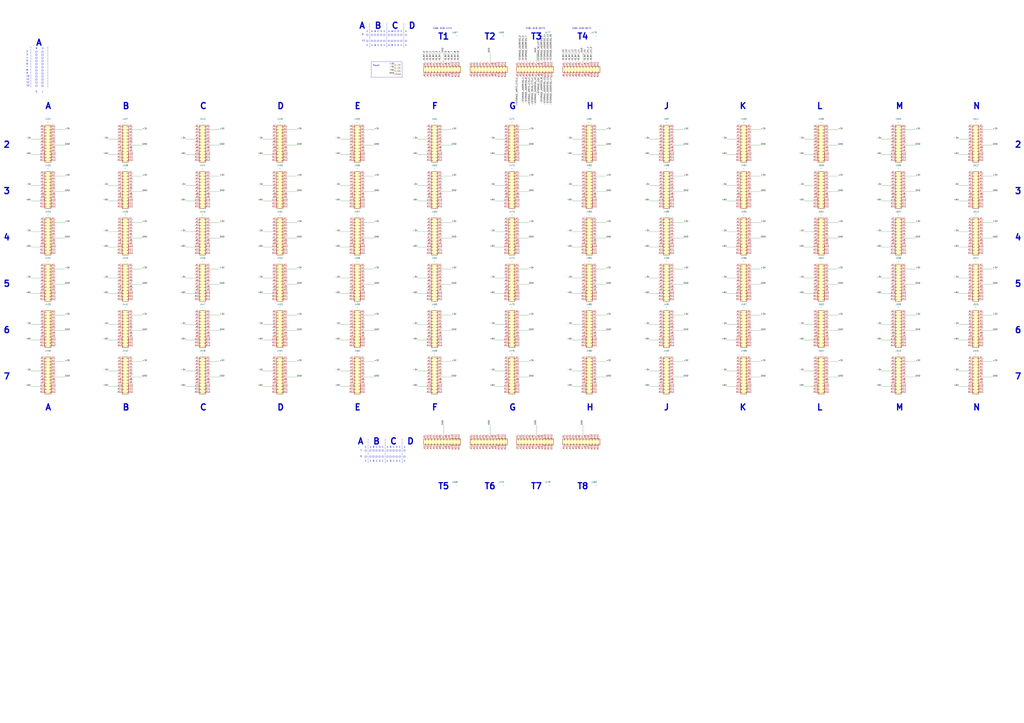
<source format=kicad_sch>
(kicad_sch (version 20211123) (generator eeschema)
  (paper "A1")
  (wire (pts (xy 172.72 157.48) (xy 180.34 157.48)))
  (wire (pts (xy 45.72 119.38) (xy 53.34 119.38)))
  (polyline (pts (xy 317.5 370.84) (xy 318.77 370.84)) (stroke (width 0) (type solid)))
  (wire (pts (xy 25.4 152.4) (xy 33.02 152.4)))
  (polyline (pts (xy 317.5 369.57) (xy 317.5 370.84)) (stroke (width 0) (type solid)))
  (polyline (pts (xy 320.04 369.57) (xy 320.04 370.84)) (stroke (width 0) (type solid)))
  (polyline (pts (xy 34.29 44.45) (xy 35.56 44.45)) (stroke (width 0) (type solid)))
  (wire (pts (xy 152.4 317.5) (xy 160.02 317.5)))
  (wire (pts (xy 440.69 356.87) (xy 440.69 349.25)))
  (polyline (pts (xy 318.77 34.29) (xy 320.04 34.29)) (stroke (width 0) (type solid)))
  (wire (pts (xy 88.9 190.5) (xy 96.52 190.5)))
  (polyline (pts (xy 313.69 370.84) (xy 314.96 370.84)) (stroke (width 0) (type solid)))
  (wire (pts (xy 25.4 203.2) (xy 33.02 203.2)))
  (polyline (pts (xy 307.34 33.02) (xy 308.61 33.02)) (stroke (width 0) (type solid)))
  (wire (pts (xy 807.72 106.68) (xy 815.34 106.68)))
  (wire (pts (xy 723.9 114.3) (xy 731.52 114.3)))
  (wire (pts (xy 787.4 228.6) (xy 795.02 228.6)))
  (polyline (pts (xy 312.42 34.29) (xy 313.69 34.29)) (stroke (width 0) (type solid)))
  (polyline (pts (xy 326.39 34.29) (xy 327.66 34.29)) (stroke (width 0) (type solid)))
  (wire (pts (xy 45.72 195.58) (xy 53.34 195.58)))
  (polyline (pts (xy 34.29 45.72) (xy 35.56 45.72)) (stroke (width 0) (type solid)))
  (wire (pts (xy 469.9 317.5) (xy 477.52 317.5)))
  (polyline (pts (xy 30.48 48.26) (xy 30.48 46.99)) (stroke (width 0) (type solid)))
  (wire (pts (xy 807.72 182.88) (xy 815.34 182.88)))
  (wire (pts (xy 109.22 309.88) (xy 116.84 309.88)))
  (polyline (pts (xy 331.47 374.65) (xy 332.74 374.65)) (stroke (width 0) (type solid)))
  (polyline (pts (xy 30.48 53.34) (xy 30.48 52.07)) (stroke (width 0) (type solid)))
  (wire (pts (xy 596.9 165.1) (xy 604.52 165.1)))
  (polyline (pts (xy 304.8 34.29) (xy 306.07 34.29)) (stroke (width 0) (type solid)))
  (polyline (pts (xy 30.48 43.18) (xy 30.48 41.91)) (stroke (width 0) (type solid)))
  (wire (pts (xy 660.4 203.2) (xy 668.02 203.2)))
  (wire (pts (xy 787.4 152.4) (xy 795.02 152.4)))
  (wire (pts (xy 88.9 228.6) (xy 96.52 228.6)))
  (wire (pts (xy 88.9 152.4) (xy 96.52 152.4)))
  (polyline (pts (xy 327.66 374.65) (xy 327.66 375.92)) (stroke (width 0) (type solid)))
  (wire (pts (xy 744.22 297.18) (xy 751.84 297.18)))
  (wire (pts (xy 299.72 182.88) (xy 307.34 182.88)))
  (wire (pts (xy 88.9 203.2) (xy 96.52 203.2)))
  (wire (pts (xy 490.22 106.68) (xy 497.84 106.68)))
  (polyline (pts (xy 303.53 369.57) (xy 304.8 369.57)) (stroke (width 0) (type solid)))
  (wire (pts (xy 152.4 114.3) (xy 160.02 114.3)))
  (wire (pts (xy 617.22 259.08) (xy 624.84 259.08)))
  (wire (pts (xy 172.72 195.58) (xy 180.34 195.58)))
  (wire (pts (xy 596.9 127) (xy 604.52 127)))
  (wire (pts (xy 25.4 114.3) (xy 33.02 114.3)))
  (polyline (pts (xy 313.69 29.21) (xy 313.69 27.94)) (stroke (width 0) (type solid)))
  (polyline (pts (xy 34.29 58.42) (xy 35.56 58.42)) (stroke (width 0) (type solid)))
  (polyline (pts (xy 34.29 49.53) (xy 34.29 50.8)) (stroke (width 0) (type solid)))
  (polyline (pts (xy 299.72 375.92) (xy 300.99 375.92)) (stroke (width 0) (type solid)))
  (polyline (pts (xy 29.21 67.31) (xy 29.21 68.58)) (stroke (width 0) (type solid)))
  (polyline (pts (xy 332.74 27.94) (xy 332.74 29.21)) (stroke (width 0) (type solid)))
  (wire (pts (xy 490.22 271.78) (xy 497.84 271.78)))
  (polyline (pts (xy 318.77 33.02) (xy 318.77 34.29)) (stroke (width 0) (type solid)))
  (wire (pts (xy 744.22 271.78) (xy 751.84 271.78)))
  (polyline (pts (xy 320.04 374.65) (xy 320.04 375.92)) (stroke (width 0) (type solid)))
  (wire (pts (xy 744.22 220.98) (xy 751.84 220.98)))
  (polyline (pts (xy 323.85 27.94) (xy 323.85 29.21)) (stroke (width 0) (type solid)))
  (wire (pts (xy 215.9 190.5) (xy 223.52 190.5)))
  (wire (pts (xy 363.22 220.98) (xy 370.84 220.98)))
  (polyline (pts (xy 34.29 54.61) (xy 35.56 54.61)) (stroke (width 0) (type solid)))
  (polyline (pts (xy 299.72 374.65) (xy 299.72 375.92)) (stroke (width 0) (type solid)))
  (wire (pts (xy 215.9 203.2) (xy 223.52 203.2)))
  (polyline (pts (xy 323.85 33.02) (xy 323.85 34.29)) (stroke (width 0) (type solid)))
  (wire (pts (xy 299.72 259.08) (xy 307.34 259.08)))
  (wire (pts (xy 787.4 190.5) (xy 795.02 190.5)))
  (wire (pts (xy 617.22 297.18) (xy 624.84 297.18)))
  (wire (pts (xy 406.4 203.2) (xy 414.02 203.2)))
  (wire (pts (xy 660.4 152.4) (xy 668.02 152.4)))
  (wire (pts (xy 596.9 266.7) (xy 604.52 266.7)))
  (polyline (pts (xy 29.21 59.69) (xy 30.48 59.69)) (stroke (width 0) (type solid)))
  (wire (pts (xy 215.9 165.1) (xy 223.52 165.1)))
  (wire (pts (xy 787.4 165.1) (xy 795.02 165.1)))
  (wire (pts (xy 109.22 233.68) (xy 116.84 233.68)))
  (wire (pts (xy 533.4 304.8) (xy 541.02 304.8)))
  (polyline (pts (xy 314.96 29.21) (xy 316.23 29.21)) (stroke (width 0) (type solid)))
  (polyline (pts (xy 311.15 34.29) (xy 311.15 33.02)) (stroke (width 0) (type solid)))
  (polyline (pts (xy 34.29 44.45) (xy 34.29 45.72)) (stroke (width 0) (type solid)))
  (polyline (pts (xy 29.21 46.99) (xy 29.21 48.26)) (stroke (width 0) (type solid)))
  (wire (pts (xy 723.9 266.7) (xy 731.52 266.7)))
  (polyline (pts (xy 35.56 66.04) (xy 35.56 64.77)) (stroke (width 0) (type solid)))
  (polyline (pts (xy 330.2 50.8) (xy 330.2 63.5)) (stroke (width 0) (type solid)))
  (polyline (pts (xy 300.99 370.84) (xy 300.99 369.57)) (stroke (width 0) (type solid)))
  (wire (pts (xy 342.9 279.4) (xy 350.52 279.4)))
  (polyline (pts (xy 317.5 374.65) (xy 318.77 374.65)) (stroke (width 0) (type solid)))
  (wire (pts (xy 533.4 152.4) (xy 541.02 152.4)))
  (polyline (pts (xy 318.77 375.92) (xy 318.77 374.65)) (stroke (width 0) (type solid)))
  (wire (pts (xy 279.4 165.1) (xy 287.02 165.1)))
  (wire (pts (xy 787.4 114.3) (xy 795.02 114.3)))
  (polyline (pts (xy 304.8 50.8) (xy 330.2 50.8)) (stroke (width 0) (type solid)))
  (wire (pts (xy 478.79 356.87) (xy 478.79 349.25)))
  (wire (pts (xy 680.72 297.18) (xy 688.34 297.18)))
  (polyline (pts (xy 327.66 29.21) (xy 327.66 27.94)) (stroke (width 0) (type solid)))
  (polyline (pts (xy 328.93 27.94) (xy 330.2 27.94)) (stroke (width 0) (type solid)))
  (polyline (pts (xy 35.56 55.88) (xy 35.56 54.61)) (stroke (width 0) (type solid)))
  (wire (pts (xy 152.4 203.2) (xy 160.02 203.2)))
  (wire (pts (xy 109.22 144.78) (xy 116.84 144.78)))
  (wire (pts (xy 279.4 241.3) (xy 287.02 241.3)))
  (wire (pts (xy 723.9 152.4) (xy 731.52 152.4)))
  (wire (pts (xy 172.72 271.78) (xy 180.34 271.78)))
  (wire (pts (xy 533.4 317.5) (xy 541.02 317.5)))
  (polyline (pts (xy 29.21 48.26) (xy 30.48 48.26)) (stroke (width 0) (type solid)))
  (wire (pts (xy 596.9 317.5) (xy 604.52 317.5)))
  (polyline (pts (xy 308.61 370.84) (xy 309.88 370.84)) (stroke (width 0) (type solid)))
  (polyline (pts (xy 34.29 69.85) (xy 35.56 69.85)) (stroke (width 0) (type solid)))
  (polyline (pts (xy 304.8 29.21) (xy 306.07 29.21)) (stroke (width 0) (type solid)))
  (polyline (pts (xy 300.99 29.21) (xy 302.26 29.21)) (stroke (width 0) (type solid)))
  (polyline (pts (xy 29.21 64.77) (xy 30.48 64.77)) (stroke (width 0) (type solid)))
  (wire (pts (xy 807.72 195.58) (xy 815.34 195.58)))
  (polyline (pts (xy 332.74 29.21) (xy 334.01 29.21)) (stroke (width 0) (type solid)))
  (wire (pts (xy 236.22 106.68) (xy 243.84 106.68)))
  (wire (pts (xy 533.4 114.3) (xy 541.02 114.3)))
  (wire (pts (xy 109.22 182.88) (xy 116.84 182.88)))
  (polyline (pts (xy 299.72 374.65) (xy 300.99 374.65)) (stroke (width 0) (type solid)))
  (polyline (pts (xy 320.04 29.21) (xy 320.04 27.94)) (stroke (width 0) (type solid)))
  (wire (pts (xy 279.4 203.2) (xy 287.02 203.2)))
  (polyline (pts (xy 326.39 370.84) (xy 326.39 369.57)) (stroke (width 0) (type solid)))
  (polyline (pts (xy 313.69 369.57) (xy 313.69 370.84)) (stroke (width 0) (type solid)))
  (polyline (pts (xy 29.21 62.23) (xy 29.21 63.5)) (stroke (width 0) (type solid)))
  (polyline (pts (xy 300.99 34.29) (xy 302.26 34.29)) (stroke (width 0) (type solid)))
  (wire (pts (xy 363.22 259.08) (xy 370.84 259.08)))
  (wire (pts (xy 152.4 152.4) (xy 160.02 152.4)))
  (polyline (pts (xy 307.34 33.02) (xy 307.34 34.29)) (stroke (width 0) (type solid)))
  (polyline (pts (xy 304.8 27.94) (xy 304.8 29.21)) (stroke (width 0) (type solid)))
  (polyline (pts (xy 304.8 27.94) (xy 306.07 27.94)) (stroke (width 0) (type solid)))
  (polyline (pts (xy 316.23 34.29) (xy 316.23 33.02)) (stroke (width 0) (type solid)))
  (wire (pts (xy 45.72 233.68) (xy 53.34 233.68)))
  (polyline (pts (xy 30.48 60.96) (xy 30.48 59.69)) (stroke (width 0) (type solid)))
  (wire (pts (xy 469.9 228.6) (xy 477.52 228.6)))
  (polyline (pts (xy 34.29 57.15) (xy 34.29 58.42)) (stroke (width 0) (type solid)))
  (polyline (pts (xy 320.04 374.65) (xy 321.31 374.65)) (stroke (width 0) (type solid)))
  (polyline (pts (xy 321.31 29.21) (xy 322.58 29.21)) (stroke (width 0) (type solid)))
  (polyline (pts (xy 328.93 27.94) (xy 328.93 29.21)) (stroke (width 0) (type solid)))
  (wire (pts (xy 342.9 266.7) (xy 350.52 266.7)))
  (wire (pts (xy 596.9 279.4) (xy 604.52 279.4)))
  (wire (pts (xy 25.4 241.3) (xy 33.02 241.3)))
  (polyline (pts (xy 327.66 370.84) (xy 328.93 370.84)) (stroke (width 0) (type solid)))
  (wire (pts (xy 152.4 190.5) (xy 160.02 190.5)))
  (wire (pts (xy 426.72 106.68) (xy 434.34 106.68)))
  (wire (pts (xy 172.72 220.98) (xy 180.34 220.98)))
  (wire (pts (xy 109.22 271.78) (xy 116.84 271.78)))
  (wire (pts (xy 744.22 106.68) (xy 751.84 106.68)))
  (wire (pts (xy 236.22 119.38) (xy 243.84 119.38)))
  (polyline (pts (xy 35.56 50.8) (xy 35.56 49.53)) (stroke (width 0) (type solid)))
  (polyline (pts (xy 309.88 34.29) (xy 311.15 34.29)) (stroke (width 0) (type solid)))
  (polyline (pts (xy 328.93 375.92) (xy 328.93 374.65)) (stroke (width 0) (type solid)))
  (wire (pts (xy 426.72 297.18) (xy 434.34 297.18)))
  (wire (pts (xy 469.9 190.5) (xy 477.52 190.5)))
  (wire (pts (xy 426.72 195.58) (xy 434.34 195.58)))
  (polyline (pts (xy 29.21 54.61) (xy 29.21 55.88)) (stroke (width 0) (type solid)))
  (wire (pts (xy 152.4 127) (xy 160.02 127)))
  (wire (pts (xy 363.22 271.78) (xy 370.84 271.78)))
  (wire (pts (xy 660.4 127) (xy 668.02 127)))
  (polyline (pts (xy 30.48 58.42) (xy 30.48 57.15)) (stroke (width 0) (type solid)))
  (polyline (pts (xy 29.21 57.15) (xy 29.21 58.42)) (stroke (width 0) (type solid)))
  (wire (pts (xy 279.4 279.4) (xy 287.02 279.4)))
  (wire (pts (xy 680.72 106.68) (xy 688.34 106.68)))
  (wire (pts (xy 299.72 271.78) (xy 307.34 271.78)))
  (polyline (pts (xy 39.37 38.1) (xy 39.37 72.39)))
  (wire (pts (xy 680.72 271.78) (xy 688.34 271.78)))
  (wire (pts (xy 426.72 182.88) (xy 434.34 182.88)))
  (polyline (pts (xy 304.8 33.02) (xy 304.8 34.29)) (stroke (width 0) (type solid)))
  (polyline (pts (xy 312.42 375.92) (xy 312.42 374.65)) (stroke (width 0) (type solid)))
  (wire (pts (xy 45.72 259.08) (xy 53.34 259.08)))
  (polyline (pts (xy 320.04 369.57) (xy 321.31 369.57)) (stroke (width 0) (type solid)))
  (wire (pts (xy 236.22 157.48) (xy 243.84 157.48)))
  (wire (pts (xy 88.9 241.3) (xy 96.52 241.3)))
  (polyline (pts (xy 325.12 374.65) (xy 325.12 375.92)) (stroke (width 0) (type solid)))
  (polyline (pts (xy 302.26 29.21) (xy 302.26 27.94)) (stroke (width 0) (type solid)))
  (wire (pts (xy 342.9 317.5) (xy 350.52 317.5)))
  (wire (pts (xy 236.22 271.78) (xy 243.84 271.78)))
  (polyline (pts (xy 30.48 50.8) (xy 30.48 49.53)) (stroke (width 0) (type solid)))
  (polyline (pts (xy 34.29 64.77) (xy 35.56 64.77)) (stroke (width 0) (type solid)))
  (polyline (pts (xy 322.58 370.84) (xy 323.85 370.84)) (stroke (width 0) (type solid)))
  (polyline (pts (xy 322.58 34.29) (xy 322.58 33.02)) (stroke (width 0) (type solid)))
  (polyline (pts (xy 334.01 29.21) (xy 334.01 27.94)) (stroke (width 0) (type solid)))
  (polyline (pts (xy 34.29 48.26) (xy 35.56 48.26)) (stroke (width 0) (type solid)))
  (wire (pts (xy 469.9 266.7) (xy 477.52 266.7)))
  (wire (pts (xy 25.4 266.7) (xy 33.02 266.7)))
  (polyline (pts (xy 321.31 27.94) (xy 322.58 27.94)) (stroke (width 0) (type solid)))
  (polyline (pts (xy 330.2 34.29) (xy 330.2 33.02)) (stroke (width 0) (type solid)))
  (polyline (pts (xy 327.66 369.57) (xy 328.93 369.57)) (stroke (width 0) (type solid)))
  (wire (pts (xy 596.9 152.4) (xy 604.52 152.4)))
  (polyline (pts (xy 300.99 33.02) (xy 302.26 33.02)) (stroke (width 0) (type solid)))
  (polyline (pts (xy 29.21 50.8) (xy 30.48 50.8)) (stroke (width 0) (type solid)))
  (polyline (pts (xy 317.5 375.92) (xy 318.77 375.92)) (stroke (width 0) (type solid)))
  (wire (pts (xy 553.72 157.48) (xy 561.34 157.48)))
  (wire (pts (xy 342.9 114.3) (xy 350.52 114.3)))
  (polyline (pts (xy 29.21 62.23) (xy 30.48 62.23)) (stroke (width 0) (type solid)))
  (polyline (pts (xy 34.29 46.99) (xy 35.56 46.99)) (stroke (width 0) (type solid)))
  (polyline (pts (xy 331.47 374.65) (xy 331.47 375.92)) (stroke (width 0) (type solid)))
  (wire (pts (xy 660.4 190.5) (xy 668.02 190.5)))
  (polyline (pts (xy 318.77 33.02) (xy 320.04 33.02)) (stroke (width 0) (type solid)))
  (wire (pts (xy 469.9 279.4) (xy 477.52 279.4)))
  (polyline (pts (xy 328.93 33.02) (xy 328.93 34.29)) (stroke (width 0) (type solid)))
  (polyline (pts (xy 306.07 375.92) (xy 307.34 375.92)) (stroke (width 0) (type solid)))
  (wire (pts (xy 426.72 220.98) (xy 434.34 220.98)))
  (wire (pts (xy 533.4 190.5) (xy 541.02 190.5)))
  (wire (pts (xy 553.72 309.88) (xy 561.34 309.88)))
  (polyline (pts (xy 29.21 43.18) (xy 30.48 43.18)) (stroke (width 0) (type solid)))
  (polyline (pts (xy 311.15 369.57) (xy 312.42 369.57)) (stroke (width 0) (type solid)))
  (polyline (pts (xy 326.39 29.21) (xy 327.66 29.21)) (stroke (width 0) (type solid)))
  (wire (pts (xy 596.9 241.3) (xy 604.52 241.3)))
  (polyline (pts (xy 314.96 34.29) (xy 316.23 34.29)) (stroke (width 0) (type solid)))
  (polyline (pts (xy 29.21 49.53) (xy 30.48 49.53)) (stroke (width 0) (type solid)))
  (polyline (pts (xy 30.48 71.12) (xy 30.48 69.85)) (stroke (width 0) (type solid)))
  (wire (pts (xy 279.4 127) (xy 287.02 127)))
  (wire (pts (xy 787.4 203.2) (xy 795.02 203.2)))
  (polyline (pts (xy 325.12 29.21) (xy 325.12 27.94)) (stroke (width 0) (type solid)))
  (wire (pts (xy 236.22 259.08) (xy 243.84 259.08)))
  (polyline (pts (xy 306.07 369.57) (xy 306.07 370.84)) (stroke (width 0) (type solid)))
  (wire (pts (xy 342.9 127) (xy 350.52 127)))
  (wire (pts (xy 680.72 233.68) (xy 688.34 233.68)))
  (polyline (pts (xy 332.74 34.29) (xy 334.01 34.29)) (stroke (width 0) (type solid)))
  (polyline (pts (xy 314.96 27.94) (xy 314.96 29.21)) (stroke (width 0) (type solid)))
  (wire (pts (xy 299.72 309.88) (xy 307.34 309.88)))
  (wire (pts (xy 807.72 220.98) (xy 815.34 220.98)))
  (wire (pts (xy 45.72 297.18) (xy 53.34 297.18)))
  (wire (pts (xy 553.72 259.08) (xy 561.34 259.08)))
  (wire (pts (xy 236.22 220.98) (xy 243.84 220.98)))
  (wire (pts (xy 342.9 152.4) (xy 350.52 152.4)))
  (wire (pts (xy 152.4 266.7) (xy 160.02 266.7)))
  (polyline (pts (xy 307.34 27.94) (xy 308.61 27.94)) (stroke (width 0) (type solid)))
  (polyline (pts (xy 300.99 27.94) (xy 300.99 29.21)) (stroke (width 0) (type solid)))
  (polyline (pts (xy 330.2 63.5) (xy 304.8 63.5)) (stroke (width 0) (type solid)))
  (polyline (pts (xy 29.21 55.88) (xy 30.48 55.88)) (stroke (width 0) (type solid)))
  (polyline (pts (xy 304.8 370.84) (xy 304.8 369.57)) (stroke (width 0) (type solid)))
  (wire (pts (xy 660.4 266.7) (xy 668.02 266.7)))
  (wire (pts (xy 723.9 304.8) (xy 731.52 304.8)))
  (polyline (pts (xy 331.47 369.57) (xy 332.74 369.57)) (stroke (width 0) (type solid)))
  (polyline (pts (xy 307.34 29.21) (xy 308.61 29.21)) (stroke (width 0) (type solid)))
  (wire (pts (xy 617.22 157.48) (xy 624.84 157.48)))
  (polyline (pts (xy 332.74 33.02) (xy 334.01 33.02)) (stroke (width 0) (type solid)))
  (polyline (pts (xy 29.21 41.91) (xy 29.21 43.18)) (stroke (width 0) (type solid)))
  (wire (pts (xy 680.72 220.98) (xy 688.34 220.98)))
  (wire (pts (xy 363.22 233.68) (xy 370.84 233.68)))
  (polyline (pts (xy 30.48 66.04) (xy 30.48 64.77)) (stroke (width 0) (type solid)))
  (wire (pts (xy 363.22 182.88) (xy 370.84 182.88)))
  (polyline (pts (xy 34.29 67.31) (xy 35.56 67.31)) (stroke (width 0) (type solid)))
  (polyline (pts (xy 307.34 27.94) (xy 307.34 29.21)) (stroke (width 0) (type solid)))
  (polyline (pts (xy 34.29 66.04) (xy 35.56 66.04)) (stroke (width 0) (type solid)))
  (polyline (pts (xy 331.47 375.92) (xy 332.74 375.92)) (stroke (width 0) (type solid)))
  (wire (pts (xy 236.22 297.18) (xy 243.84 297.18)))
  (polyline (pts (xy 34.29 64.77) (xy 34.29 66.04)) (stroke (width 0) (type solid)))
  (polyline (pts (xy 309.88 370.84) (xy 309.88 369.57)) (stroke (width 0) (type solid)))
  (wire (pts (xy 25.4 228.6) (xy 33.02 228.6)))
  (wire (pts (xy 342.9 228.6) (xy 350.52 228.6)))
  (wire (pts (xy 299.72 195.58) (xy 307.34 195.58)))
  (wire (pts (xy 406.4 317.5) (xy 414.02 317.5)))
  (polyline (pts (xy 308.61 375.92) (xy 309.88 375.92)) (stroke (width 0) (type solid)))
  (polyline (pts (xy 322.58 374.65) (xy 323.85 374.65)) (stroke (width 0) (type solid)))
  (wire (pts (xy 215.9 317.5) (xy 223.52 317.5)))
  (wire (pts (xy 279.4 304.8) (xy 287.02 304.8)))
  (polyline (pts (xy 309.88 27.94) (xy 309.88 29.21)) (stroke (width 0) (type solid)))
  (polyline (pts (xy 321.31 33.02) (xy 321.31 34.29)) (stroke (width 0) (type solid)))
  (wire (pts (xy 490.22 309.88) (xy 497.84 309.88)))
  (polyline (pts (xy 34.29 50.8) (xy 35.56 50.8)) (stroke (width 0) (type solid)))
  (polyline (pts (xy 35.56 53.34) (xy 35.56 52.07)) (stroke (width 0) (type solid)))
  (polyline (pts (xy 311.15 374.65) (xy 312.42 374.65)) (stroke (width 0) (type solid)))
  (polyline (pts (xy 327.66 34.29) (xy 327.66 33.02)) (stroke (width 0) (type solid)))
  (polyline (pts (xy 321.31 27.94) (xy 321.31 29.21)) (stroke (width 0) (type solid)))
  (wire (pts (xy 172.72 119.38) (xy 180.34 119.38)))
  (wire (pts (xy 553.72 106.68) (xy 561.34 106.68)))
  (polyline (pts (xy 35.56 58.42) (xy 35.56 57.15)) (stroke (width 0) (type solid)))
  (polyline (pts (xy 318.77 29.21) (xy 320.04 29.21)) (stroke (width 0) (type solid)))
  (wire (pts (xy 533.4 241.3) (xy 541.02 241.3)))
  (wire (pts (xy 807.72 309.88) (xy 815.34 309.88)))
  (polyline (pts (xy 34.29 41.91) (xy 35.56 41.91)) (stroke (width 0) (type solid)))
  (wire (pts (xy 25.4 279.4) (xy 33.02 279.4)))
  (wire (pts (xy 109.22 195.58) (xy 116.84 195.58)))
  (polyline (pts (xy 303.53 375.92) (xy 304.8 375.92)) (stroke (width 0) (type solid)))
  (wire (pts (xy 25.4 190.5) (xy 33.02 190.5)))
  (wire (pts (xy 406.4 165.1) (xy 414.02 165.1)))
  (polyline (pts (xy 323.85 375.92) (xy 323.85 374.65)) (stroke (width 0) (type solid)))
  (polyline (pts (xy 29.21 69.85) (xy 30.48 69.85)) (stroke (width 0) (type solid)))
  (wire (pts (xy 172.72 259.08) (xy 180.34 259.08)))
  (polyline (pts (xy 323.85 370.84) (xy 323.85 369.57)) (stroke (width 0) (type solid)))
  (wire (pts (xy 660.4 241.3) (xy 668.02 241.3)))
  (polyline (pts (xy 34.29 43.18) (xy 35.56 43.18)) (stroke (width 0) (type solid)))
  (wire (pts (xy 533.4 127) (xy 541.02 127)))
  (polyline (pts (xy 323.85 33.02) (xy 325.12 33.02)) (stroke (width 0) (type solid)))
  (wire (pts (xy 406.4 228.6) (xy 414.02 228.6)))
  (polyline (pts (xy 309.88 375.92) (xy 309.88 374.65)) (stroke (width 0) (type solid)))
  (polyline (pts (xy 29.21 64.77) (xy 29.21 66.04)) (stroke (width 0) (type solid)))
  (polyline (pts (xy 311.15 375.92) (xy 312.42 375.92)) (stroke (width 0) (type solid)))
  (polyline (pts (xy 300.99 27.94) (xy 302.26 27.94)) (stroke (width 0) (type solid)))
  (wire (pts (xy 807.72 157.48) (xy 815.34 157.48)))
  (polyline (pts (xy 328.93 29.21) (xy 330.2 29.21)) (stroke (width 0) (type solid)))
  (wire (pts (xy 152.4 228.6) (xy 160.02 228.6)))
  (polyline (pts (xy 308.61 374.65) (xy 309.88 374.65)) (stroke (width 0) (type solid)))
  (polyline (pts (xy 331.47 369.57) (xy 331.47 370.84)) (stroke (width 0) (type solid)))
  (polyline (pts (xy 35.56 45.72) (xy 35.56 44.45)) (stroke (width 0) (type solid)))
  (polyline (pts (xy 306.07 374.65) (xy 307.34 374.65)) (stroke (width 0) (type solid)))
  (polyline (pts (xy 330.2 29.21) (xy 330.2 27.94)) (stroke (width 0) (type solid)))
  (polyline (pts (xy 311.15 374.65) (xy 311.15 375.92)) (stroke (width 0) (type solid)))
  (wire (pts (xy 363.22 157.48) (xy 370.84 157.48)))
  (polyline (pts (xy 30.48 63.5) (xy 30.48 62.23)) (stroke (width 0) (type solid)))
  (wire (pts (xy 342.9 203.2) (xy 350.52 203.2)))
  (polyline (pts (xy 322.58 369.57) (xy 323.85 369.57)) (stroke (width 0) (type solid)))
  (wire (pts (xy 299.72 233.68) (xy 307.34 233.68)))
  (polyline (pts (xy 309.88 29.21) (xy 311.15 29.21)) (stroke (width 0) (type solid)))
  (wire (pts (xy 25.4 317.5) (xy 33.02 317.5)))
  (polyline (pts (xy 300.99 375.92) (xy 300.99 374.65)) (stroke (width 0) (type solid)))
  (polyline (pts (xy 309.88 27.94) (xy 311.15 27.94)) (stroke (width 0) (type solid)))
  (wire (pts (xy 109.22 157.48) (xy 116.84 157.48)))
  (wire (pts (xy 440.69 50.8) (xy 440.69 43.18)))
  (wire (pts (xy 469.9 114.3) (xy 477.52 114.3)))
  (wire (pts (xy 152.4 279.4) (xy 160.02 279.4)))
  (wire (pts (xy 342.9 304.8) (xy 350.52 304.8)))
  (polyline (pts (xy 30.48 45.72) (xy 30.48 44.45)) (stroke (width 0) (type solid)))
  (polyline (pts (xy 304.8 33.02) (xy 306.07 33.02)) (stroke (width 0) (type solid)))
  (polyline (pts (xy 327.66 369.57) (xy 327.66 370.84)) (stroke (width 0) (type solid)))
  (polyline (pts (xy 318.77 370.84) (xy 318.77 369.57)) (stroke (width 0) (type solid)))
  (polyline (pts (xy 328.93 33.02) (xy 330.2 33.02)) (stroke (width 0) (type solid)))
  (wire (pts (xy 660.4 114.3) (xy 668.02 114.3)))
  (wire (pts (xy 88.9 114.3) (xy 96.52 114.3)))
  (polyline (pts (xy 300.99 33.02) (xy 300.99 34.29)) (stroke (width 0) (type solid)))
  (polyline (pts (xy 312.42 27.94) (xy 313.69 27.94)) (stroke (width 0) (type solid)))
  (polyline (pts (xy 35.56 71.12) (xy 35.56 69.85)) (stroke (width 0) (type solid)))
  (wire (pts (xy 88.9 165.1) (xy 96.52 165.1)))
  (wire (pts (xy 533.4 203.2) (xy 541.02 203.2)))
  (polyline (pts (xy 314.96 33.02) (xy 314.96 34.29)) (stroke (width 0) (type solid)))
  (wire (pts (xy 744.22 119.38) (xy 751.84 119.38)))
  (polyline (pts (xy 35.56 48.26) (xy 35.56 46.99)) (stroke (width 0) (type solid)))
  (wire (pts (xy 469.9 152.4) (xy 477.52 152.4)))
  (wire (pts (xy 680.72 182.88) (xy 688.34 182.88)))
  (wire (pts (xy 617.22 271.78) (xy 624.84 271.78)))
  (polyline (pts (xy 34.29 46.99) (xy 34.29 48.26)) (stroke (width 0) (type solid)))
  (polyline (pts (xy 35.56 63.5) (xy 35.56 62.23)) (stroke (width 0) (type solid)))
  (wire (pts (xy 279.4 228.6) (xy 287.02 228.6)))
  (wire (pts (xy 152.4 165.1) (xy 160.02 165.1)))
  (polyline (pts (xy 303.53 374.65) (xy 304.8 374.65)) (stroke (width 0) (type solid)))
  (wire (pts (xy 172.72 144.78) (xy 180.34 144.78)))
  (wire (pts (xy 152.4 241.3) (xy 160.02 241.3)))
  (wire (pts (xy 172.72 233.68) (xy 180.34 233.68)))
  (wire (pts (xy 363.22 309.88) (xy 370.84 309.88)))
  (wire (pts (xy 660.4 279.4) (xy 668.02 279.4)))
  (polyline (pts (xy 322.58 29.21) (xy 322.58 27.94)) (stroke (width 0) (type solid)))
  (wire (pts (xy 426.72 119.38) (xy 434.34 119.38)))
  (wire (pts (xy 236.22 144.78) (xy 243.84 144.78)))
  (wire (pts (xy 236.22 182.88) (xy 243.84 182.88)))
  (wire (pts (xy 680.72 119.38) (xy 688.34 119.38)))
  (wire (pts (xy 215.9 127) (xy 223.52 127)))
  (wire (pts (xy 172.72 297.18) (xy 180.34 297.18)))
  (polyline (pts (xy 331.47 370.84) (xy 332.74 370.84)) (stroke (width 0) (type solid)))
  (polyline (pts (xy 306.07 369.57) (xy 307.34 369.57)) (stroke (width 0) (type solid)))
  (polyline (pts (xy 326.39 27.94) (xy 327.66 27.94)) (stroke (width 0) (type solid)))
  (wire (pts (xy 25.4 165.1) (xy 33.02 165.1)))
  (wire (pts (xy 109.22 259.08) (xy 116.84 259.08)))
  (polyline (pts (xy 316.23 29.21) (xy 316.23 27.94)) (stroke (width 0) (type solid)))
  (polyline (pts (xy 320.04 370.84) (xy 321.31 370.84)) (stroke (width 0) (type solid)))
  (wire (pts (xy 596.9 190.5) (xy 604.52 190.5)))
  (polyline (pts (xy 34.29 67.31) (xy 34.29 68.58)) (stroke (width 0) (type solid)))
  (polyline (pts (xy 34.29 49.53) (xy 35.56 49.53)) (stroke (width 0) (type solid)))
  (wire (pts (xy 45.72 106.68) (xy 53.34 106.68)))
  (wire (pts (xy 402.59 50.8) (xy 402.59 43.18)))
  (polyline (pts (xy 326.39 33.02) (xy 327.66 33.02)) (stroke (width 0) (type solid)))
  (polyline (pts (xy 327.66 375.92) (xy 328.93 375.92)) (stroke (width 0) (type solid)))
  (wire (pts (xy 406.4 266.7) (xy 414.02 266.7)))
  (polyline (pts (xy 306.07 370.84) (xy 307.34 370.84)) (stroke (width 0) (type solid)))
  (wire (pts (xy 553.72 271.78) (xy 561.34 271.78)))
  (polyline (pts (xy 29.21 46.99) (xy 30.48 46.99)) (stroke (width 0) (type solid)))
  (wire (pts (xy 364.49 356.87) (xy 364.49 349.25)))
  (wire (pts (xy 88.9 317.5) (xy 96.52 317.5)))
  (wire (pts (xy 596.9 228.6) (xy 604.52 228.6)))
  (polyline (pts (xy 320.04 375.92) (xy 321.31 375.92)) (stroke (width 0) (type solid)))
  (wire (pts (xy 426.72 309.88) (xy 434.34 309.88)))
  (polyline (pts (xy 299.72 369.57) (xy 300.99 369.57)) (stroke (width 0) (type solid)))
  (wire (pts (xy 744.22 182.88) (xy 751.84 182.88)))
  (wire (pts (xy 807.72 297.18) (xy 815.34 297.18)))
  (wire (pts (xy 215.9 114.3) (xy 223.52 114.3)))
  (wire (pts (xy 363.22 119.38) (xy 370.84 119.38)))
  (polyline (pts (xy 34.29 54.61) (xy 34.29 55.88)) (stroke (width 0) (type solid)))
  (wire (pts (xy 680.72 144.78) (xy 688.34 144.78)))
  (polyline (pts (xy 29.21 44.45) (xy 29.21 45.72)) (stroke (width 0) (type solid)))
  (wire (pts (xy 490.22 195.58) (xy 497.84 195.58)))
  (polyline (pts (xy 328.93 370.84) (xy 328.93 369.57)) (stroke (width 0) (type solid)))
  (wire (pts (xy 279.4 114.3) (xy 287.02 114.3)))
  (wire (pts (xy 88.9 127) (xy 96.52 127)))
  (wire (pts (xy 490.22 144.78) (xy 497.84 144.78)))
  (wire (pts (xy 723.9 228.6) (xy 731.52 228.6)))
  (polyline (pts (xy 34.29 59.69) (xy 34.29 60.96)) (stroke (width 0) (type solid)))
  (wire (pts (xy 236.22 309.88) (xy 243.84 309.88)))
  (wire (pts (xy 215.9 152.4) (xy 223.52 152.4)))
  (wire (pts (xy 807.72 233.68) (xy 815.34 233.68)))
  (polyline (pts (xy 34.29 59.69) (xy 35.56 59.69)) (stroke (width 0) (type solid)))
  (wire (pts (xy 88.9 279.4) (xy 96.52 279.4)))
  (wire (pts (xy 469.9 165.1) (xy 477.52 165.1)))
  (wire (pts (xy 617.22 106.68) (xy 624.84 106.68)))
  (wire (pts (xy 45.72 220.98) (xy 53.34 220.98)))
  (wire (pts (xy 25.4 127) (xy 33.02 127)))
  (polyline (pts (xy 29.21 66.04) (xy 30.48 66.04)) (stroke (width 0) (type solid)))
  (polyline (pts (xy 322.58 369.57) (xy 322.58 370.84)) (stroke (width 0) (type solid)))
  (wire (pts (xy 807.72 259.08) (xy 815.34 259.08)))
  (wire (pts (xy 402.59 356.87) (xy 402.59 349.25)))
  (polyline (pts (xy 314.96 27.94) (xy 316.23 27.94)) (stroke (width 0) (type solid)))
  (polyline (pts (xy 313.69 369.57) (xy 314.96 369.57)) (stroke (width 0) (type solid)))
  (wire (pts (xy 490.22 119.38) (xy 497.84 119.38)))
  (polyline (pts (xy 29.21 58.42) (xy 30.48 58.42)) (stroke (width 0) (type solid)))
  (polyline (pts (xy 321.31 33.02) (xy 322.58 33.02)) (stroke (width 0) (type solid)))
  (wire (pts (xy 406.4 127) (xy 414.02 127)))
  (wire (pts (xy 680.72 259.08) (xy 688.34 259.08)))
  (polyline (pts (xy 313.69 374.65) (xy 313.69 375.92)) (stroke (width 0) (type solid)))
  (wire (pts (xy 680.72 309.88) (xy 688.34 309.88)))
  (wire (pts (xy 109.22 220.98) (xy 116.84 220.98)))
  (wire (pts (xy 45.72 157.48) (xy 53.34 157.48)))
  (polyline (pts (xy 29.21 52.07) (xy 29.21 53.34)) (stroke (width 0) (type solid)))
  (polyline (pts (xy 308.61 34.29) (xy 308.61 33.02)) (stroke (width 0) (type solid)))
  (polyline (pts (xy 29.21 44.45) (xy 30.48 44.45)) (stroke (width 0) (type solid)))
  (wire (pts (xy 744.22 233.68) (xy 751.84 233.68)))
  (wire (pts (xy 363.22 195.58) (xy 370.84 195.58)))
  (wire (pts (xy 680.72 195.58) (xy 688.34 195.58)))
  (wire (pts (xy 215.9 266.7) (xy 223.52 266.7)))
  (polyline (pts (xy 312.42 27.94) (xy 312.42 29.21)) (stroke (width 0) (type solid)))
  (polyline (pts (xy 307.34 375.92) (xy 307.34 374.65)) (stroke (width 0) (type solid)))
  (wire (pts (xy 172.72 106.68) (xy 180.34 106.68)))
  (polyline (pts (xy 34.29 53.34) (xy 35.56 53.34)) (stroke (width 0) (type solid)))
  (polyline (pts (xy 316.23 360.68) (xy 316.23 381)))
  (wire (pts (xy 807.72 119.38) (xy 815.34 119.38)))
  (wire (pts (xy 406.4 114.3) (xy 414.02 114.3)))
  (polyline (pts (xy 312.42 370.84) (xy 312.42 369.57)) (stroke (width 0) (type solid)))
  (wire (pts (xy 342.9 241.3) (xy 350.52 241.3)))
  (polyline (pts (xy 29.21 71.12) (xy 30.48 71.12)) (stroke (width 0) (type solid)))
  (polyline (pts (xy 331.47 19.05) (xy 331.47 39.37)))
  (wire (pts (xy 787.4 317.5) (xy 795.02 317.5)))
  (polyline (pts (xy 307.34 34.29) (xy 308.61 34.29)) (stroke (width 0) (type solid)))
  (polyline (pts (xy 29.21 53.34) (xy 30.48 53.34)) (stroke (width 0) (type solid)))
  (polyline (pts (xy 334.01 34.29) (xy 334.01 33.02)) (stroke (width 0) (type solid)))
  (wire (pts (xy 342.9 190.5) (xy 350.52 190.5)))
  (polyline (pts (xy 318.77 27.94) (xy 318.77 29.21)) (stroke (width 0) (type solid)))
  (wire (pts (xy 660.4 317.5) (xy 668.02 317.5)))
  (polyline (pts (xy 317.5 369.57) (xy 318.77 369.57)) (stroke (width 0) (type solid)))
  (polyline (pts (xy 34.29 55.88) (xy 35.56 55.88)) (stroke (width 0) (type solid)))
  (polyline (pts (xy 332.74 33.02) (xy 332.74 34.29)) (stroke (width 0) (type solid)))
  (polyline (pts (xy 30.48 55.88) (xy 30.48 54.61)) (stroke (width 0) (type solid)))
  (polyline (pts (xy 303.53 369.57) (xy 303.53 370.84)) (stroke (width 0) (type solid)))
  (wire (pts (xy 426.72 259.08) (xy 434.34 259.08)))
  (wire (pts (xy 88.9 304.8) (xy 96.52 304.8)))
  (polyline (pts (xy 29.21 69.85) (xy 29.21 71.12)) (stroke (width 0) (type solid)))
  (polyline (pts (xy 34.29 62.23) (xy 34.29 63.5)) (stroke (width 0) (type solid)))
  (polyline (pts (xy 306.07 34.29) (xy 306.07 33.02)) (stroke (width 0) (type solid)))
  (wire (pts (xy 723.9 279.4) (xy 731.52 279.4)))
  (wire (pts (xy 744.22 144.78) (xy 751.84 144.78)))
  (wire (pts (xy 45.72 271.78) (xy 53.34 271.78)))
  (wire (pts (xy 553.72 233.68) (xy 561.34 233.68)))
  (polyline (pts (xy 35.56 43.18) (xy 35.56 41.91)) (stroke (width 0) (type solid)))
  (polyline (pts (xy 325.12 374.65) (xy 326.39 374.65)) (stroke (width 0) (type solid)))
  (wire (pts (xy 617.22 220.98) (xy 624.84 220.98)))
  (wire (pts (xy 744.22 195.58) (xy 751.84 195.58)))
  (polyline (pts (xy 323.85 34.29) (xy 325.12 34.29)) (stroke (width 0) (type solid)))
  (wire (pts (xy 279.4 152.4) (xy 287.02 152.4)))
  (polyline (pts (xy 321.31 375.92) (xy 321.31 374.65)) (stroke (width 0) (type solid)))
  (wire (pts (xy 723.9 317.5) (xy 731.52 317.5)))
  (polyline (pts (xy 25.4 38.1) (xy 25.4 72.39)))
  (polyline (pts (xy 332.74 370.84) (xy 332.74 369.57)) (stroke (width 0) (type solid)))
  (polyline (pts (xy 29.21 68.58) (xy 30.48 68.58)) (stroke (width 0) (type solid)))
  (polyline (pts (xy 308.61 374.65) (xy 308.61 375.92)) (stroke (width 0) (type solid)))
  (wire (pts (xy 617.22 144.78) (xy 624.84 144.78)))
  (wire (pts (xy 744.22 309.88) (xy 751.84 309.88)))
  (polyline (pts (xy 322.58 375.92) (xy 323.85 375.92)) (stroke (width 0) (type solid)))
  (polyline (pts (xy 325.12 369.57) (xy 325.12 370.84)) (stroke (width 0) (type solid)))
  (polyline (pts (xy 325.12 370.84) (xy 326.39 370.84)) (stroke (width 0) (type solid)))
  (wire (pts (xy 299.72 157.48) (xy 307.34 157.48)))
  (wire (pts (xy 533.4 228.6) (xy 541.02 228.6)))
  (polyline (pts (xy 29.21 63.5) (xy 30.48 63.5)) (stroke (width 0) (type solid)))
  (wire (pts (xy 723.9 190.5) (xy 731.52 190.5)))
  (wire (pts (xy 723.9 165.1) (xy 731.52 165.1)))
  (polyline (pts (xy 325.12 34.29) (xy 325.12 33.02)) (stroke (width 0) (type solid)))
  (polyline (pts (xy 311.15 370.84) (xy 312.42 370.84)) (stroke (width 0) (type solid)))
  (wire (pts (xy 299.72 220.98) (xy 307.34 220.98)))
  (wire (pts (xy 426.72 233.68) (xy 434.34 233.68)))
  (wire (pts (xy 533.4 266.7) (xy 541.02 266.7)))
  (polyline (pts (xy 314.96 33.02) (xy 316.23 33.02)) (stroke (width 0) (type solid)))
  (polyline (pts (xy 34.29 62.23) (xy 35.56 62.23)) (stroke (width 0) (type solid)))
  (polyline (pts (xy 34.29 52.07) (xy 34.29 53.34)) (stroke (width 0) (type solid)))
  (wire (pts (xy 617.22 233.68) (xy 624.84 233.68)))
  (wire (pts (xy 596.9 114.3) (xy 604.52 114.3)))
  (wire (pts (xy 215.9 241.3) (xy 223.52 241.3)))
  (polyline (pts (xy 332.74 375.92) (xy 332.74 374.65)) (stroke (width 0) (type solid)))
  (polyline (pts (xy 320.04 34.29) (xy 320.04 33.02)) (stroke (width 0) (type solid)))
  (wire (pts (xy 426.72 271.78) (xy 434.34 271.78)))
  (polyline (pts (xy 299.72 369.57) (xy 299.72 370.84)) (stroke (width 0) (type solid)))
  (polyline (pts (xy 323.85 27.94) (xy 325.12 27.94)) (stroke (width 0) (type solid)))
  (wire (pts (xy 109.22 119.38) (xy 116.84 119.38)))
  (polyline (pts (xy 35.56 60.96) (xy 35.56 59.69)) (stroke (width 0) (type solid)))
  (wire (pts (xy 88.9 266.7) (xy 96.52 266.7)))
  (wire (pts (xy 469.9 241.3) (xy 477.52 241.3)))
  (polyline (pts (xy 35.56 68.58) (xy 35.56 67.31)) (stroke (width 0) (type solid)))
  (polyline (pts (xy 325.12 369.57) (xy 326.39 369.57)) (stroke (width 0) (type solid)))
  (wire (pts (xy 533.4 165.1) (xy 541.02 165.1)))
  (polyline (pts (xy 29.21 59.69) (xy 29.21 60.96)) (stroke (width 0) (type solid)))
  (wire (pts (xy 807.72 271.78) (xy 815.34 271.78)))
  (polyline (pts (xy 311.15 369.57) (xy 311.15 370.84)) (stroke (width 0) (type solid)))
  (wire (pts (xy 363.22 106.68) (xy 370.84 106.68)))
  (wire (pts (xy 236.22 233.68) (xy 243.84 233.68)))
  (polyline (pts (xy 34.29 71.12) (xy 35.56 71.12)) (stroke (width 0) (type solid)))
  (wire (pts (xy 490.22 297.18) (xy 497.84 297.18)))
  (polyline (pts (xy 34.29 69.85) (xy 34.29 71.12)) (stroke (width 0) (type solid)))
  (wire (pts (xy 660.4 228.6) (xy 668.02 228.6)))
  (wire (pts (xy 406.4 241.3) (xy 414.02 241.3)))
  (polyline (pts (xy 322.58 374.65) (xy 322.58 375.92)) (stroke (width 0) (type solid)))
  (wire (pts (xy 299.72 297.18) (xy 307.34 297.18)))
  (polyline (pts (xy 29.21 41.91) (xy 30.48 41.91)) (stroke (width 0) (type solid)))
  (wire (pts (xy 596.9 203.2) (xy 604.52 203.2)))
  (wire (pts (xy 490.22 233.68) (xy 497.84 233.68)))
  (wire (pts (xy 553.72 182.88) (xy 561.34 182.88)))
  (wire (pts (xy 45.72 309.88) (xy 53.34 309.88)))
  (polyline (pts (xy 303.53 19.05) (xy 303.53 39.37)))
  (wire (pts (xy 807.72 144.78) (xy 815.34 144.78)))
  (wire (pts (xy 533.4 279.4) (xy 541.02 279.4)))
  (wire (pts (xy 172.72 182.88) (xy 180.34 182.88)))
  (polyline (pts (xy 308.61 369.57) (xy 309.88 369.57)) (stroke (width 0) (type solid)))
  (polyline (pts (xy 326.39 27.94) (xy 326.39 29.21)) (stroke (width 0) (type solid)))
  (wire (pts (xy 490.22 182.88) (xy 497.84 182.88)))
  (wire (pts (xy 787.4 266.7) (xy 795.02 266.7)))
  (polyline (pts (xy 312.42 33.02) (xy 312.42 34.29)) (stroke (width 0) (type solid)))
  (wire (pts (xy 299.72 119.38) (xy 307.34 119.38)))
  (polyline (pts (xy 312.42 29.21) (xy 313.69 29.21)) (stroke (width 0) (type solid)))
  (wire (pts (xy 279.4 317.5) (xy 287.02 317.5)))
  (wire (pts (xy 660.4 165.1) (xy 668.02 165.1)))
  (wire (pts (xy 617.22 182.88) (xy 624.84 182.88)))
  (polyline (pts (xy 29.21 60.96) (xy 30.48 60.96)) (stroke (width 0) (type solid)))
  (polyline (pts (xy 307.34 370.84) (xy 307.34 369.57)) (stroke (width 0) (type solid)))
  (polyline (pts (xy 29.21 45.72) (xy 30.48 45.72)) (stroke (width 0) (type solid)))
  (polyline (pts (xy 34.29 68.58) (xy 35.56 68.58)) (stroke (width 0) (type solid)))
  (wire (pts (xy 363.22 144.78) (xy 370.84 144.78)))
  (polyline (pts (xy 318.77 27.94) (xy 320.04 27.94)) (stroke (width 0) (type solid)))
  (wire (pts (xy 744.22 157.48) (xy 751.84 157.48)))
  (polyline (pts (xy 29.21 52.07) (xy 30.48 52.07)) (stroke (width 0) (type solid)))
  (polyline (pts (xy 304.8 63.5) (xy 304.8 50.8)) (stroke (width 0) (type solid)))
  (wire (pts (xy 299.72 144.78) (xy 307.34 144.78)))
  (wire (pts (xy 617.22 119.38) (xy 624.84 119.38)))
  (polyline (pts (xy 303.53 374.65) (xy 303.53 375.92)) (stroke (width 0) (type solid)))
  (wire (pts (xy 723.9 127) (xy 731.52 127)))
  (wire (pts (xy 553.72 297.18) (xy 561.34 297.18)))
  (polyline (pts (xy 34.29 63.5) (xy 35.56 63.5)) (stroke (width 0) (type solid)))
  (wire (pts (xy 406.4 152.4) (xy 414.02 152.4)))
  (polyline (pts (xy 317.5 19.05) (xy 317.5 39.37)))
  (wire (pts (xy 426.72 157.48) (xy 434.34 157.48)))
  (polyline (pts (xy 34.29 57.15) (xy 35.56 57.15)) (stroke (width 0) (type solid)))
  (polyline (pts (xy 306.07 374.65) (xy 306.07 375.92)) (stroke (width 0) (type solid)))
  (wire (pts (xy 45.72 144.78) (xy 53.34 144.78)))
  (wire (pts (xy 490.22 157.48) (xy 497.84 157.48)))
  (polyline (pts (xy 317.5 374.65) (xy 317.5 375.92)) (stroke (width 0) (type solid)))
  (wire (pts (xy 490.22 259.08) (xy 497.84 259.08)))
  (wire (pts (xy 215.9 279.4) (xy 223.52 279.4)))
  (polyline (pts (xy 309.88 33.02) (xy 311.15 33.02)) (stroke (width 0) (type solid)))
  (wire (pts (xy 469.9 203.2) (xy 477.52 203.2)))
  (polyline (pts (xy 30.48 68.58) (xy 30.48 67.31)) (stroke (width 0) (type solid)))
  (wire (pts (xy 787.4 241.3) (xy 795.02 241.3)))
  (wire (pts (xy 787.4 304.8) (xy 795.02 304.8)))
  (polyline (pts (xy 29.21 67.31) (xy 30.48 67.31)) (stroke (width 0) (type solid)))
  (polyline (pts (xy 303.53 370.84) (xy 304.8 370.84)) (stroke (width 0) (type solid)))
  (wire (pts (xy 723.9 203.2) (xy 731.52 203.2)))
  (wire (pts (xy 553.72 195.58) (xy 561.34 195.58)))
  (wire (pts (xy 406.4 279.4) (xy 414.02 279.4)))
  (polyline (pts (xy 29.21 57.15) (xy 30.48 57.15)) (stroke (width 0) (type solid)))
  (polyline (pts (xy 323.85 29.21) (xy 325.12 29.21)) (stroke (width 0) (type solid)))
  (polyline (pts (xy 330.2 360.68) (xy 330.2 381)))
  (wire (pts (xy 45.72 182.88) (xy 53.34 182.88)))
  (polyline (pts (xy 29.21 49.53) (xy 29.21 50.8)) (stroke (width 0) (type solid)))
  (polyline (pts (xy 325.12 375.92) (xy 326.39 375.92)) (stroke (width 0) (type solid)))
  (wire (pts (xy 469.9 304.8) (xy 477.52 304.8)))
  (polyline (pts (xy 311.15 29.21) (xy 311.15 27.94)) (stroke (width 0) (type solid)))
  (wire (pts (xy 469.9 127) (xy 477.52 127)))
  (wire (pts (xy 426.72 144.78) (xy 434.34 144.78)))
  (wire (pts (xy 363.22 297.18) (xy 370.84 297.18)))
  (wire (pts (xy 553.72 144.78) (xy 561.34 144.78)))
  (wire (pts (xy 342.9 165.1) (xy 350.52 165.1)))
  (polyline (pts (xy 326.39 375.92) (xy 326.39 374.65)) (stroke (width 0) (type solid)))
  (wire (pts (xy 478.79 50.8) (xy 478.79 43.18)))
  (wire (pts (xy 109.22 297.18) (xy 116.84 297.18)))
  (polyline (pts (xy 309.88 33.02) (xy 309.88 34.29)) (stroke (width 0) (type solid)))
  (polyline (pts (xy 328.93 34.29) (xy 330.2 34.29)) (stroke (width 0) (type solid)))
  (polyline (pts (xy 34.29 41.91) (xy 34.29 43.18)) (stroke (width 0) (type solid)))
  (wire (pts (xy 617.22 195.58) (xy 624.84 195.58)))
  (polyline (pts (xy 327.66 374.65) (xy 328.93 374.65)) (stroke (width 0) (type solid)))
  (wire (pts (xy 660.4 304.8) (xy 668.02 304.8)))
  (polyline (pts (xy 304.8 375.92) (xy 304.8 374.65)) (stroke (width 0) (type solid)))
  (polyline (pts (xy 314.96 370.84) (xy 314.96 369.57)) (stroke (width 0) (type solid)))
  (wire (pts (xy 787.4 279.4) (xy 795.02 279.4)))
  (wire (pts (xy 723.9 241.3) (xy 731.52 241.3)))
  (wire (pts (xy 490.22 220.98) (xy 497.84 220.98)))
  (wire (pts (xy 680.72 157.48) (xy 688.34 157.48)))
  (wire (pts (xy 787.4 127) (xy 795.02 127)))
  (polyline (pts (xy 308.61 29.21) (xy 308.61 27.94)) (stroke (width 0) (type solid)))
  (polyline (pts (xy 314.96 375.92) (xy 314.96 374.65)) (stroke (width 0) (type solid)))
  (wire (pts (xy 279.4 266.7) (xy 287.02 266.7)))
  (wire (pts (xy 279.4 190.5) (xy 287.02 190.5)))
  (polyline (pts (xy 34.29 52.07) (xy 35.56 52.07)) (stroke (width 0) (type solid)))
  (polyline (pts (xy 313.69 375.92) (xy 314.96 375.92)) (stroke (width 0) (type solid)))
  (wire (pts (xy 172.72 309.88) (xy 180.34 309.88)))
  (polyline (pts (xy 34.29 60.96) (xy 35.56 60.96)) (stroke (width 0) (type solid)))
  (wire (pts (xy 299.72 106.68) (xy 307.34 106.68)))
  (polyline (pts (xy 306.07 29.21) (xy 306.07 27.94)) (stroke (width 0) (type solid)))
  (polyline (pts (xy 332.74 27.94) (xy 334.01 27.94)) (stroke (width 0) (type solid)))
  (polyline (pts (xy 299.72 370.84) (xy 300.99 370.84)) (stroke (width 0) (type solid)))
  (wire (pts (xy 215.9 304.8) (xy 223.52 304.8)))
  (polyline (pts (xy 326.39 33.02) (xy 326.39 34.29)) (stroke (width 0) (type solid)))
  (wire (pts (xy 744.22 259.08) (xy 751.84 259.08)))
  (polyline (pts (xy 302.26 34.29) (xy 302.26 33.02)) (stroke (width 0) (type solid)))
  (wire (pts (xy 406.4 190.5) (xy 414.02 190.5)))
  (wire (pts (xy 236.22 195.58) (xy 243.84 195.58)))
  (wire (pts (xy 152.4 304.8) (xy 160.02 304.8)))
  (wire (pts (xy 109.22 106.68) (xy 116.84 106.68)))
  (wire (pts (xy 215.9 228.6) (xy 223.52 228.6)))
  (polyline (pts (xy 312.42 33.02) (xy 313.69 33.02)) (stroke (width 0) (type solid)))
  (polyline (pts (xy 313.69 34.29) (xy 313.69 33.02)) (stroke (width 0) (type solid)))
  (polyline (pts (xy 313.69 374.65) (xy 314.96 374.65)) (stroke (width 0) (type solid)))
  (polyline (pts (xy 308.61 369.57) (xy 308.61 370.84)) (stroke (width 0) (type solid)))
  (polyline (pts (xy 302.26 360.68) (xy 302.26 381)))
  (wire (pts (xy 406.4 304.8) (xy 414.02 304.8)))
  (polyline (pts (xy 321.31 370.84) (xy 321.31 369.57)) (stroke (width 0) (type solid)))
  (polyline (pts (xy 29.21 54.61) (xy 30.48 54.61)) (stroke (width 0) (type solid)))
  (wire (pts (xy 617.22 309.88) (xy 624.84 309.88)))
  (wire (pts (xy 596.9 304.8) (xy 604.52 304.8)))
  (wire (pts (xy 553.72 220.98) (xy 561.34 220.98)))
  (wire (pts (xy 25.4 304.8) (xy 33.02 304.8)))
  (wire (pts (xy 553.72 119.38) (xy 561.34 119.38)))
  (wire (pts (xy 364.49 50.8) (xy 364.49 43.18)))
  (polyline (pts (xy 321.31 34.29) (xy 322.58 34.29)) (stroke (width 0) (type solid)))
  (text "13" (at 21.59 71.12 0) (effects (font (size 1.27 1.27)) (justify left bottom)))
  (text "A" (at 304.8 38.1 0) (effects (font (size 1.27 1.27)) (justify left bottom)))
  (text "B" (at 306.07 368.3 0) (effects (font (size 1.27 1.27)) (justify left bottom)))
  (text "A" (at 304.8 26.67 0) (effects (font (size 1.27 1.27)) (justify left bottom)))
  (text "11" (at 297.18 34.29 0) (effects (font (size 1.27 1.27)) (justify left bottom)))
  (text "J" (at 544.83 337.82 0) (effects (font (size 5 5) (thickness 1) bold) (justify left bottom)))
  (text "T4" (at 473.71 33.02 0) (effects (font (size 5 5) (thickness 1) bold) (justify left bottom)))
  (text "C" (at 323.85 38.1 0) (effects (font (size 1.27 1.27)) (justify left bottom)))
  (text "C" (at 308.61 368.3 0) (effects (font (size 1.27 1.27)) (justify left bottom)))
  (text "E" (at 300.99 38.1 0) (effects (font (size 1.27 1.27)) (justify left bottom)))
  (text "B" (at 320.04 368.3 0) (effects (font (size 1.27 1.27)) (justify left bottom)))
  (text "7" (at 833.12 312.42 0) (effects (font (size 5 5) (thickness 1) bold) (justify left bottom)))
  (text "T3" (at 435.61 33.02 0) (effects (font (size 5 5) (thickness 1) bold) (justify left bottom)))
  (text "4" (at 21.59 48.26 0) (effects (font (size 1.27 1.27)) (justify left bottom)))
  (text "B" (at 307.34 26.67 0) (effects (font (size 1.27 1.27)) (justify left bottom)))
  (text "T8" (at 473.71 402.59 0) (effects (font (size 5 5) (thickness 1) bold) (justify left bottom)))
  (text "E" (at 313.69 368.3 0) (effects (font (size 1.27 1.27)) (justify left bottom)))
  (text "D" (at 334.01 365.76 0) (effects (font (size 5 5) (thickness 1) bold) (justify left bottom)))
  (text "A" (at 332.74 26.67 0) (effects (font (size 1.27 1.27)) (justify left bottom)))
  (text "N" (at 798.83 337.82 0) (effects (font (size 5 5) (thickness 1) bold) (justify left bottom)))
  (text "A" (at 331.47 379.73 0) (effects (font (size 1.27 1.27)) (justify left bottom)))
  (text "J" (at 544.83 90.17 0) (effects (font (size 5 5) (thickness 1) bold) (justify left bottom)))
  (text "A" (at 318.77 38.1 0) (effects (font (size 1.27 1.27)) (justify left bottom)))
  (text "B" (at 321.31 38.1 0) (effects (font (size 1.27 1.27)) (justify left bottom)))
  (text "B" (at 100.33 337.82 0) (effects (font (size 5 5) (thickness 1) bold) (justify left bottom)))
  (text "CABL 01B-B1T4" (at 469.9 24.13 0) (effects (font (size 1.27 1.27)) (justify left bottom)))
  (text "C" (at 163.83 337.82 0) (effects (font (size 5 5) (thickness 1) bold) (justify left bottom)))
  (text "D" (at 326.39 38.1 0) (effects (font (size 1.27 1.27)) (justify left bottom)))
  (text "11" (at 21.59 66.04 0) (effects (font (size 1.27 1.27)) (justify left bottom)))
  (text "B" (at 321.31 26.67 0) (effects (font (size 1.27 1.27)) (justify left bottom)))
  (text "7" (at 2.54 312.42 0) (effects (font (size 5 5) (thickness 1) bold) (justify left bottom)))
  (text "G" (at 417.83 90.17 0) (effects (font (size 5 5) (thickness 1) bold) (justify left bottom)))
  (text "E" (at 290.83 337.82 0) (effects (font (size 5 5) (thickness 1) bold) (justify left bottom)))
  (text "M" (at 735.33 337.82 0) (effects (font (size 5 5) (thickness 1) bold) (justify left bottom)))
  (text "C" (at 308.61 379.73 0) (effects (font (size 1.27 1.27)) (justify left bottom)))
  (text "5" (at 2.54 236.22 0) (effects (font (size 5 5) (thickness 1) bold) (justify left bottom)))
  (text "H" (at 481.33 337.82 0) (effects (font (size 5 5) (thickness 1) bold) (justify left bottom)))
  (text "D" (at 311.15 368.3 0) (effects (font (size 1.27 1.27)) (justify left bottom)))
  (text "L" (at 670.56 337.82 0) (effects (font (size 5 5) (thickness 1) bold) (justify left bottom)))
  (text "K" (at 607.06 90.17 0) (effects (font (size 5 5) (thickness 1) bold) (justify left bottom)))
  (text "E" (at 327.66 379.73 0) (effects (font (size 1.27 1.27)) (justify left bottom)))
  (text "D" (at 227.33 337.82 0) (effects (font (size 5 5) (thickness 1) bold) (justify left bottom)))
  (text "L" (at 670.56 90.17 0) (effects (font (size 5 5) (thickness 1) bold) (justify left bottom)))
  (text "F" (at 354.33 90.17 0) (effects (font (size 5 5) (thickness 1) bold) (justify left bottom)))
  (text "D" (at 312.42 26.67 0) (effects (font (size 1.27 1.27)) (justify left bottom)))
  (text "3" (at 21.59 45.72 0) (effects (font (size 1.27 1.27)) (justify left bottom)))
  (text "8" (at 21.59 58.42 0) (effects (font (size 1.27 1.27)) (justify left bottom)))
  (text "A" (at 317.5 379.73 0) (effects (font (size 1.27 1.27)) (justify left bottom)))
  (text "A" (at 331.47 368.3 0) (effects (font (size 1.27 1.27)) (justify left bottom)))
  (text "D" (at 34.29 40.64 0) (effects (font (size 1.27 1.27)) (justify left bottom)))
  (text "A" (at 36.83 90.17 0) (effects (font (size 5 5) (thickness 1) bold) (justify left bottom)))
  (text "E" (at 328.93 38.1 0) (effects (font (size 1.27 1.27)) (justify left bottom)))
  (text "B" (at 307.34 24.13 0) (effects (font (size 5 5) (thickness 1) bold) (justify left bottom)))
  (text "2" (at 833.12 121.92 0) (effects (font (size 5 5) (thickness 1) bold) (justify left bottom)))
  (text "6" (at 833.12 274.32 0) (effects (font (size 5 5) (thickness 1) bold) (justify left bottom)))
  (text "N" (at 798.83 90.17 0) (effects (font (size 5 5) (thickness 1) bold) (justify left bottom)))
  (text "A" (at 303.53 379.73 0) (effects (font (size 1.27 1.27)) (justify left bottom)))
  (text "10" (at 21.59 63.5 0) (effects (font (size 1.27 1.27)) (justify left bottom)))
  (text "D" (at 325.12 379.73 0) (effects (font (size 1.27 1.27)) (justify left bottom)))
  (text "D" (at 227.33 90.17 0) (effects (font (size 5 5) (thickness 1) bold) (justify left bottom)))
  (text "G" (at 29.21 76.2 0) (effects (font (size 1.27 1.27)) (justify left bottom)))
  (text "4" (at 2.54 198.12 0) (effects (font (size 5 5) (thickness 1) bold) (justify left bottom)))
  (text "T2" (at 397.51 33.02 0) (effects (font (size 5 5) (thickness 1) bold) (justify left bottom)))
  (text "C" (at 163.83 90.17 0) (effects (font (size 5 5) (thickness 1) bold) (justify left bottom)))
  (text "2" (at 2.54 121.92 0) (effects (font (size 5 5) (thickness 1) bold) (justify left bottom)))
  (text "C" (at 309.88 26.67 0) (effects (font (size 1.27 1.27)) (justify left bottom)))
  (text "A" (at 294.64 24.13 0) (effects (font (size 5 5) (thickness 1) bold) (justify left bottom)))
  (text "4" (at 833.12 198.12 0) (effects (font (size 5 5) (thickness 1) bold) (justify left bottom)))
  (text "T7" (at 435.61 402.59 0) (effects (font (size 5 5) (thickness 1) bold) (justify left bottom)))
  (text "C" (at 321.31 24.13 0) (effects (font (size 5 5) (thickness 1) bold) (justify left bottom)))
  (text "F" (at 354.33 337.82 0) (effects (font (size 5 5) (thickness 1) bold) (justify left bottom)))
  (text "7" (at 21.59 55.88 0) (effects (font (size 1.27 1.27)) (justify left bottom)))
  (text "E" (at 290.83 90.17 0) (effects (font (size 5 5) (thickness 1) bold) (justify left bottom)))
  (text "D" (at 335.28 24.13 0) (effects (font (size 5 5) (thickness 1) bold) (justify left bottom)))
  (text "6" (at 21.59 53.34 0) (effects (font (size 1.27 1.27)) (justify left bottom)))
  (text "T1" (at 359.41 33.02 0) (effects (font (size 5 5) (thickness 1) bold) (justify left bottom)))
  (text "4" (at 295.91 370.84 0) (effects (font (size 1.27 1.27)) (justify left bottom)))
  (text "D" (at 312.42 38.1 0) (effects (font (size 1.27 1.27)) (justify left bottom)))
  (text "C" (at 322.58 379.73 0) (effects (font (size 1.27 1.27)) (justify left bottom)))
  (text "C" (at 323.85 26.67 0) (effects (font (size 1.27 1.27)) (justify left bottom)))
  (text "E" (at 313.69 379.73 0) (effects (font (size 1.27 1.27)) (justify left bottom)))
  (text "B" (at 307.34 38.1 0) (effects (font (size 1.27 1.27)) (justify left bottom)))
  (text "C" (at 322.58 368.3 0) (effects (font (size 1.27 1.27)) (justify left bottom)))
  (text "B" (at 306.07 379.73 0) (effects (font (size 1.27 1.27)) (justify left bottom)))
  (text "3" (at 833.12 160.02 0) (effects (font (size 5 5) (thickness 1) bold) (justify left bottom)))
  (text "A" (at 36.83 337.82 0) (effects (font (size 5 5) (thickness 1) bold) (justify left bottom)))
  (text "B" (at 306.07 365.76 0) (effects (font (size 5 5) (thickness 1) bold) (justify left bottom)))
  (text "9" (at 21.59 60.96 0) (effects (font (size 1.27 1.27)) (justify left bottom)))
  (text "K" (at 607.06 337.82 0) (effects (font (size 5 5) (thickness 1) bold) (justify left bottom)))
  (text "E" (at 328.93 26.67 0) (effects (font (size 1.27 1.27)) (justify left bottom)))
  (text "H" (at 481.33 90.17 0) (effects (font (size 5 5) (thickness 1) bold) (justify left bottom)))
  (text "C" (at 309.88 38.1 0) (effects (font (size 1.27 1.27)) (justify left bottom)))
  (text "J" (at 34.29 76.2 0) (effects (font (size 1.27 1.27)) (justify left bottom)))
  (text "T6" (at 397.51 402.59 0) (effects (font (size 5 5) (thickness 1) bold) (justify left bottom)))
  (text "6" (at 295.91 375.92 0) (effects (font (size 1.27 1.27)) (justify left bottom)))
  (text "E" (at 299.72 379.73 0) (effects (font (size 1.27 1.27)) (justify left bottom)))
  (text "3" (at 2.54 160.02 0) (effects (font (size 5 5) (thickness 1) bold) (justify left bottom)))
  (text "A" (at 293.37 365.76 0) (effects (font (size 5 5) (thickness 1) bold) (justify left bottom)))
  (text "A" (at 317.5 368.3 0) (effects (font (size 1.27 1.27)) (justify left bottom)))
  (text "2" (at 21.59 43.18 0) (effects (font (size 1.27 1.27)) (justify left bottom)))
  (text "E" (at 299.72 368.3 0) (effects (font (size 1.27 1.27)) (justify left bottom)))
  (text "E" (at 327.66 368.3 0) (effects (font (size 1.27 1.27)) (justify left bottom)))
  (text "G" (at 417.83 337.82 0) (effects (font (size 5 5) (thickness 1) bold) (justify left bottom)))
  (text "E" (at 314.96 26.67 0) (effects (font (size 1.27 1.27)) (justify left bottom)))
  (text "Power" (at 306.07 54.61 0) (effects (font (size 1.27 1.27)) (justify left bottom)))
  (text "T5" (at 359.41 402.59 0) (effects (font (size 5 5) (thickness 1) bold) (justify left bottom)))
  (text "E" (at 314.96 38.1 0) (effects (font (size 1.27 1.27)) (justify left bottom)))
  (text "D" (at 325.12 368.3 0) (effects (font (size 1.27 1.27)) (justify left bottom)))
  (text "A" (at 303.53 368.3 0) (effects (font (size 1.27 1.27)) (justify left bottom)))
  (text "B" (at 320.04 379.73 0) (effects (font (size 1.27 1.27)) (justify left bottom)))
  (text "12" (at 21.59 68.58 0) (effects (font (size 1.27 1.27)) (justify left bottom)))
  (text "CABL 01B-B1T3" (at 431.8 24.13 0) (effects (font (size 1.27 1.27)) (justify left bottom)))
  (text "A" (at 29.21 38.1 0) (effects (font (size 5 5) (thickness 1) bold) (justify left bottom)))
  (text "D" (at 326.39 26.67 0) (effects (font (size 1.27 1.27)) (justify left bottom)))
  (text "B" (at 100.33 90.17 0) (effects (font (size 5 5) (thickness 1) bold) (justify left bottom)))
  (text "E" (at 300.99 26.67 0) (effects (font (size 1.27 1.27)) (justify left bottom)))
  (text "6" (at 2.54 274.32 0) (effects (font (size 5 5) (thickness 1) bold) (justify left bottom)))
  (text "A" (at 332.74 38.1 0) (effects (font (size 1.27 1.27)) (justify left bottom)))
  (text "M" (at 735.33 90.17 0) (effects (font (size 5 5) (thickness 1) bold) (justify left bottom)))
  (text "5" (at 21.59 50.8 0) (effects (font (size 1.27 1.27)) (justify left bottom)))
  (text "B" (at 29.21 40.64 0) (effects (font (size 1.27 1.27)) (justify left bottom)))
  (text "D" (at 311.15 379.73 0) (effects (font (size 1.27 1.27)) (justify left bottom)))
  (text "A" (at 318.77 26.67 0) (effects (font (size 1.27 1.27)) (justify left bottom)))
  (text "5" (at 833.12 236.22 0) (effects (font (size 5 5) (thickness 1) bold) (justify left bottom)))
  (text "9" (at 297.18 29.21 0) (effects (font (size 1.27 1.27)) (justify left bottom)))
  (text "C" (at 320.04 365.76 0) (effects (font (size 5 5) (thickness 1) bold) (justify left bottom)))
  (text "CABL 01B-C1T1" (at 355.6 24.13 0) (effects (font (size 1.27 1.27)) (justify left bottom)))
  (label "+3V" (at 624.84 220.98 0))
  (label "GND" (at 364.49 43.18 90))
  (label "-3V" (at 723.9 152.4 180))
  (label "-3V" (at 279.4 266.7 180))
  (label "+3V" (at 624.84 144.78 0))
  (label "-STORAGE_ADDRESS_3" (at 427.99 50.8 90))
  (label "+3V" (at 497.84 259.08 0))
  (label "-3V" (at 88.9 152.4 180))
  (label "-STORAGE_ADDRESS_13" (at 450.85 50.8 90))
  (label "GND" (at 116.84 233.68 0))
  (label "GND" (at 497.84 309.88 0))
  (label "+6V" (at 25.4 203.2 180))
  (label "-B_BIT_CK_1" (at 483.87 50.8 90))
  (label "-3V" (at 469.9 266.7 180))
  (label "+6V" (at 660.4 241.3 180))
  (label "+3V" (at 53.34 259.08 0))
  (label "+6V" (at 533.4 241.3 180))
  (label "+6V" (at 533.4 317.5 180))
  (label "-B_BIT_9" (at 377.19 50.8 90))
  (label "+3V" (at 243.84 106.68 0))
  (label "-3V" (at 342.9 152.4 180))
  (label "+6V" (at 88.9 317.5 180))
  (label "+3V" (at 243.84 259.08 0))
  (label "-3V" (at 406.4 266.7 180))
  (label "GND" (at 243.84 271.78 0))
  (label "+6V" (at 152.4 127 180))
  (label "-STORAGE_ADDRESS_9" (at 445.77 50.8 90))
  (label "GND" (at 624.84 119.38 0))
  (label "-3V" (at 406.4 190.5 180))
  (label "-3V" (at 469.9 228.6 180))
  (label "+6V" (at 406.4 203.2 180))
  (label "-3V" (at 533.4 228.6 180))
  (label "GND" (at 815.34 157.48 0))
  (label "-3V" (at 25.4 190.5 180))
  (label "+6V" (at 723.9 279.4 180))
  (label "-3V" (at 723.9 266.7 180))
  (label "-B_BIT_8" (at 374.65 50.8 90))
  (label "+6V" (at 215.9 127 180))
  (label "-3V" (at 469.9 114.3 180))
  (label "-3V" (at 787.4 266.7 180))
  (label "GND" (at 116.84 271.78 0))
  (label "+3V" (at 751.84 297.18 0))
  (label "-3V" (at 723.9 228.6 180))
  (label "GND" (at 624.84 233.68 0))
  (label "+6V" (at 88.9 127 180))
  (label "GND" (at 180.34 271.78 0))
  (label "-STORAGE_ADDRESS_11" (at 448.31 50.8 90))
  (label "GND" (at 624.84 309.88 0))
  (label "GND" (at 815.34 195.58 0))
  (label "-3V" (at 215.9 152.4 180))
  (label "+6V" (at 406.4 317.5 180))
  (label "+3V" (at 307.34 259.08 0))
  (label "-3V" (at 152.4 228.6 180))
  (label "+6V" (at 152.4 241.3 180))
  (label "GND" (at 434.34 233.68 0))
  (label "GND" (at 561.34 233.68 0))
  (label "+6V" (at 596.9 165.1 180))
  (label "+3V" (at 180.34 220.98 0))
  (label "+6V" (at 469.9 127 180))
  (label "GND" (at 243.84 233.68 0))
  (label "-B_BIT_2" (at 356.87 50.8 90))
  (label "+3V" (at 815.34 182.88 0))
  (label "-3V" (at 342.9 228.6 180))
  (label "+6V" (at 596.9 127 180))
  (label "+3V" (at 497.84 182.88 0))
  (label "-3V" (at 88.9 266.7 180))
  (label "+3V" (at 307.34 182.88 0))
  (label "GND" (at 440.69 43.18 90))
  (label "GND" (at 688.34 119.38 0))
  (label "-B_BIT_CK_2" (at 486.41 50.8 90))
  (label "-3V" (at 533.4 266.7 180))
  (label "+6V" (at 152.4 279.4 180))
  (label "+6V" (at 25.4 317.5 180))
  (label "-3V" (at 279.4 190.5 180))
  (label "+3V" (at 116.84 259.08 0))
  (label "+3V" (at 116.84 144.78 0))
  (label "-STORAGE_ADDRESS_6" (at 433.07 63.5 270))
  (label "+6V" (at 152.4 165.1 180))
  (label "-3V" (at 596.9 114.3 180))
  (label "-B_BIT_6" (at 369.57 50.8 90))
  (label "-3V" (at 215.9 114.3 180))
  (label "+6V" (at 596.9 279.4 180))
  (label "+3V" (at 624.84 297.18 0))
  (label "+3V" (at 370.84 144.78 0))
  (label "-3V" (at 596.9 152.4 180))
  (label "+3V" (at 751.84 259.08 0))
  (label "-3V" (at 723.9 114.3 180))
  (label "GND" (at 561.34 119.38 0))
  (label "-3V" (at 215.9 266.7 180))
  (label "-B_BIT_7" (at 372.11 50.8 90))
  (label "GND" (at 815.34 309.88 0))
  (label "+3V" (at 370.84 106.68 0))
  (label "+3V" (at 688.34 297.18 0))
  (label "GND" (at 688.34 309.88 0))
  (label "+6V" (at 215.9 165.1 180))
  (label "GND" (at 370.84 271.78 0))
  (label "+3V" (at 180.34 144.78 0))
  (label "-3V" (at 787.4 152.4 180))
  (label "+3V" (at 116.84 297.18 0))
  (label "+3V" (at 434.34 220.98 0))
  (label "-3V" (at 596.9 304.8 180))
  (label "+6V" (at 88.9 203.2 180))
  (label "GND" (at 402.59 349.25 90))
  (label "GND" (at 434.34 195.58 0))
  (label "-3V" (at 596.9 190.5 180))
  (label "-3V" (at 787.4 228.6 180))
  (label "+3V" (at 688.34 106.68 0))
  (label "-3V" (at 469.9 304.8 180))
  (label "+6V" (at 88.9 165.1 180))
  (label "+6V" (at 215.9 279.4 180))
  (label "+3V" (at 688.34 144.78 0))
  (label "-3V" (at 342.9 304.8 180))
  (label "+3V" (at 180.34 182.88 0))
  (label "+6V" (at 342.9 279.4 180))
  (label "-3V" (at 215.9 228.6 180))
  (label "+3V" (at 688.34 220.98 0))
  (label "+6V" (at 787.4 317.5 180))
  (label "-3V" (at 660.4 114.3 180))
  (label "+6V" (at 279.4 165.1 180))
  (label "-STORAGE_ADDRESS_4" (at 430.53 63.5 270))
  (label "+STORAGE_USE" (at 443.23 63.5 270))
  (label "-3V" (at 25.4 304.8 180))
  (label "GND" (at 561.34 195.58 0))
  (label "+3V" (at 116.84 220.98 0))
  (label "+6V" (at 88.9 279.4 180))
  (label "+3V" (at 815.34 220.98 0))
  (label "-B_BIT_14" (at 476.25 50.8 90))
  (label "GND" (at 688.34 233.68 0))
  (label "-3V" (at 279.4 304.8 180))
  (label "GND" (at 116.84 195.58 0))
  (label "GND" (at 370.84 195.58 0))
  (label "GND" (at 624.84 195.58 0))
  (label "GND" (at 751.84 309.88 0))
  (label "-3V" (at 25.4 114.3 180))
  (label "GND" (at 751.84 195.58 0))
  (label "+6V" (at 279.4 317.5 180))
  (label "GND" (at 815.34 271.78 0))
  (label "-3V" (at 533.4 190.5 180))
  (label "-3V" (at 88.9 190.5 180))
  (label "+3V" (at 180.34 259.08 0))
  (label "GND" (at 307.34 119.38 0))
  (label "-STORAGE_ADDRESS_10" (at 448.31 63.5 270))
  (label "GND" (at 497.84 119.38 0))
  (label "-3V" (at 660.4 304.8 180))
  (label "+3V" (at 751.84 106.68 0))
  (label "+3V" (at 751.84 182.88 0))
  (label "+6V" (at 533.4 279.4 180))
  (label "+6V" (at 723.9 203.2 180))
  (label "GND" (at 370.84 309.88 0))
  (label "GND" (at 497.84 271.78 0))
  (label "+6V" (at 406.4 279.4 180))
  (label "+3V" (at 243.84 182.88 0))
  (label "-3V" (at 279.4 114.3 180))
  (label "GND" (at 323.85 60.96 180))
  (label "+3V" (at 370.84 182.88 0))
  (label "-STORAGE_ADDRESS_10" (at 440.69 63.5 270))
  (label "-3V" (at 406.4 152.4 180))
  (label "GND" (at 561.34 271.78 0))
  (label "+3V" (at 370.84 259.08 0))
  (label "GND" (at 307.34 309.88 0))
  (label "+3V" (at 815.34 259.08 0))
  (label "-3V" (at 660.4 190.5 180))
  (label "+3V" (at 53.34 297.18 0))
  (label "+3V" (at 688.34 259.08 0))
  (label "+3V" (at 497.84 144.78 0))
  (label "+3V" (at 624.84 259.08 0))
  (label "+3V" (at 624.84 106.68 0))
  (label "-3V" (at 152.4 304.8 180))
  (label "+3V" (at 116.84 106.68 0))
  (label "+STORAGE_WRITE_CYCLE" (at 435.61 63.5 270))
  (label "+3V" (at 561.34 220.98 0))
  (label "+6V" (at 279.4 127 180))
  (label "GND" (at 440.69 349.25 90))
  (label "-B_BIT_0" (at 351.79 50.8 90))
  (label "-3V" (at 152.4 190.5 180))
  (label "GND" (at 434.34 309.88 0))
  (label "+6V" (at 596.9 241.3 180))
  (label "+3V" (at 307.34 220.98 0))
  (label "+6V" (at 596.9 203.2 180))
  (label "+6V" (at 279.4 241.3 180))
  (label "+6V" (at 215.9 241.3 180))
  (label "GND" (at 688.34 195.58 0))
  (label "-3V" (at 342.9 114.3 180))
  (label "-3V" (at 88.9 304.8 180))
  (label "GND" (at 243.84 157.48 0))
  (label "-3V" (at 323.85 55.88 180))
  (label "GND" (at 751.84 233.68 0))
  (label "GND" (at 370.84 157.48 0))
  (label "+6V" (at 533.4 127 180))
  (label "+3V" (at 561.34 297.18 0))
  (label "-B_BIT_1" (at 354.33 50.8 90))
  (label "+6V" (at 660.4 127 180))
  (label "GND" (at 478.79 43.18 90))
  (label "+6V" (at 152.4 203.2 180))
  (label "+6V" (at 279.4 203.2 180))
  (label "+6V" (at 279.4 279.4 180))
  (label "+6V" (at 660.4 279.4 180))
  (label "-3V" (at 215.9 304.8 180))
  (label "+6V" (at 787.4 165.1 180))
  (label "-B_BIT_3" (at 359.41 50.8 90))
  (label "GND" (at 561.34 157.48 0))
  (label "+3V" (at 561.34 106.68 0))
  (label "+6V" (at 25.4 127 180))
  (label "-3V" (at 469.9 152.4 180))
  (label "GND" (at 180.34 309.88 0))
  (label "+6V" (at 406.4 165.1 180))
  (label "-3V" (at 723.9 304.8 180))
  (label "-B_BIT_12" (at 471.17 50.8 90))
  (label "-3V" (at 723.9 190.5 180))
  (label "+3V" (at 688.34 182.88 0))
  (label "-3V" (at 88.9 228.6 180))
  (label "+3V" (at 434.34 297.18 0))
  (label "+3V" (at 434.34 144.78 0))
  (label "+6V" (at 787.4 241.3 180))
  (label "-B_BIT_4" (at 361.95 50.8 90))
  (label "+6V" (at 342.9 165.1 180))
  (label "+6V" (at 787.4 203.2 180))
  (label "GND" (at 307.34 271.78 0))
  (label "+3V" (at 116.84 182.88 0))
  (label "+6V" (at 342.9 127 180))
  (label "-3V" (at 152.4 266.7 180))
  (label "GND" (at 116.84 309.88 0))
  (label "-3V" (at 533.4 304.8 180))
  (label "+3V" (at 180.34 297.18 0))
  (label "+6V" (at 469.9 165.1 180))
  (label "GND" (at 307.34 195.58 0))
  (label "GND" (at 364.49 349.25 90))
  (label "+6V" (at 723.9 241.3 180))
  (label "GND" (at 116.84 157.48 0))
  (label "-3V" (at 342.9 266.7 180))
  (label "GND" (at 370.84 119.38 0))
  (label "+3V" (at 370.84 220.98 0))
  (label "-3V" (at 215.9 190.5 180))
  (label "-B_BIT_13" (at 473.71 50.8 90))
  (label "GND" (at 53.34 157.48 0))
  (label "+6V" (at 342.9 241.3 180))
  (label "-STORAGE_ADDRESS_14" (at 453.39 63.5 270))
  (label "+3V" (at 624.84 182.88 0))
  (label "GND" (at 497.84 157.48 0))
  (label "-3V" (at 660.4 266.7 180))
  (label "+3V" (at 307.34 297.18 0))
  (label "GND" (at 53.34 233.68 0))
  (label "+6V" (at 215.9 203.2 180))
  (label "GND" (at 53.34 195.58 0))
  (label "-3V" (at 469.9 190.5 180))
  (label "+6V" (at 342.9 203.2 180))
  (label "+6V" (at 787.4 279.4 180))
  (label "-STORAGE_ADDRESS_7" (at 433.07 50.8 90))
  (label "GND" (at 243.84 195.58 0))
  (label "-3V" (at 342.9 190.5 180))
  (label "-B_BIT_15" (at 481.33 50.8 90))
  (label "GND" (at 624.84 271.78 0))
  (label "+3V" (at 751.84 220.98 0))
  (label "GND" (at 751.84 119.38 0))
  (label "+3V" (at 53.34 106.68 0))
  (label "+6V" (at 660.4 165.1 180))
  (label "+6V" (at 723.9 127 180))
  (label "GND" (at 53.34 309.88 0))
  (label "-STORAGE_ADDRESS_15" (at 453.39 50.8 90))
  (label "+3V" (at 561.34 259.08 0))
  (label "-3V" (at 787.4 304.8 180))
  (label "+3V" (at 307.34 144.78 0))
  (label "GND" (at 815.34 233.68 0))
  (label "+6V" (at 88.9 241.3 180))
  (label "GND" (at 434.34 119.38 0))
  (label "+STORAGE_READ_CYCLE" (at 438.15 63.5 270))
  (label "+6V" (at 533.4 165.1 180))
  (label "GND" (at 497.84 233.68 0))
  (label "-B_BIT_11" (at 468.63 50.8 90))
  (label "+6V" (at 469.9 317.5 180))
  (label "+STORAGE_WRITE_CYCLE" (at 425.45 63.5 270))
  (label "-B_BIT_10" (at 463.55 50.8 90))
  (label "-B_BIT_5" (at 367.03 50.8 90))
  (label "-STORAGE_ADDRESS_5" (at 430.53 50.8 90))
  (label "+6V" (at 25.4 279.4 180))
  (label "+6V" (at 533.4 203.2 180))
  (label "GND" (at 243.84 309.88 0))
  (label "+6V" (at 723.9 317.5 180))
  (label "+3V" (at 434.34 182.88 0))
  (label "GND" (at 307.34 157.48 0))
  (label "+3V" (at 370.84 297.18 0))
  (label "+6V" (at 660.4 203.2 180))
  (label "-3V" (at 88.9 114.3 180))
  (label "+3V" (at 497.84 297.18 0))
  (label "GND" (at 497.84 195.58 0))
  (label "-3V" (at 596.9 228.6 180))
  (label "+6V" (at 596.9 317.5 180))
  (label "-3V" (at 279.4 152.4 180))
  (label "+3V" (at 53.34 182.88 0))
  (label "+3V" (at 434.34 259.08 0))
  (label "-3V" (at 533.4 152.4 180))
  (label "-3V" (at 406.4 228.6 180))
  (label "GND" (at 53.34 271.78 0))
  (label "+3V" (at 307.34 106.68 0))
  (label "+6V" (at 469.9 241.3 180))
  (label "+3V" (at 751.84 144.78 0))
  (label "-3V" (at 152.4 114.3 180))
  (label "+6V" (at 25.4 241.3 180))
  (label "GND" (at 180.34 233.68 0))
  (label "-3V" (at 25.4 228.6 180))
  (label "+3V" (at 243.84 220.98 0))
  (label "GND" (at 751.84 271.78 0))
  (label "-3V" (at 406.4 114.3 180))
  (label "GND" (at 180.34 157.48 0))
  (label "+6V" (at 469.9 279.4 180))
  (label "GND" (at 307.34 233.68 0))
  (label "GND" (at 434.34 157.48 0))
  (label "-3V" (at 660.4 228.6 180))
  (label "-3V" (at 279.4 228.6 180))
  (label "+3V" (at 561.34 182.88 0))
  (label "-STORAGE_ADDRESS_12" (at 450.85 63.5 270))
  (label "GND" (at 624.84 157.48 0))
  (label "GND" (at 751.84 157.48 0))
  (label "-3V" (at 25.4 266.7 180))
  (label "GND" (at 688.34 157.48 0))
  (label "-3V" (at 787.4 190.5 180))
  (label "+3V" (at 323.85 53.34 180))
  (label "+3V" (at 497.84 220.98 0))
  (label "-3V" (at 406.4 304.8 180))
  (label "+6V" (at 152.4 317.5 180))
  (label "+3V" (at 180.34 106.68 0))
  (label "+6V" (at 323.85 58.42 180))
  (label "+3V" (at 815.34 106.68 0))
  (label "-3V" (at 596.9 266.7 180))
  (label "GND" (at 180.34 119.38 0))
  (label "-3V" (at 25.4 152.4 180))
  (label "+6V" (at 660.4 317.5 180))
  (label "+6V" (at 723.9 165.1 180))
  (label "+3V" (at 243.84 144.78 0))
  (label "-3V" (at 787.4 114.3 180))
  (label "+3V" (at 497.84 106.68 0))
  (label "-STORAGE_ADDRESS_8" (at 445.77 63.5 270))
  (label "+6V" (at 406.4 127 180))
  (label "GND" (at 434.34 271.78 0))
  (label "+3V" (at 53.34 144.78 0))
  (label "-3V" (at 533.4 114.3 180))
  (label "GND" (at 180.34 195.58 0))
  (label "+6V" (at 25.4 165.1 180))
  (label "+6V" (at 469.9 203.2 180))
  (label "GND" (at 402.59 43.18 90))
  (label "+3V" (at 434.34 106.68 0))
  (label "+3V" (at 561.34 144.78 0))
  (label "GND" (at 53.34 119.38 0))
  (label "+6V" (at 215.9 317.5 180))
  (label "-B_BIT_0" (at 349.25 50.8 90))
  (label "GND" (at 243.84 119.38 0))
  (label "+6V" (at 787.4 127 180))
  (label "GND" (at 370.84 233.68 0))
  (label "-B_BIT_10" (at 466.09 50.8 90))
  (label "+6V" (at 342.9 317.5 180))
  (label "GND" (at 815.34 119.38 0))
  (label "+6V" (at 406.4 241.3 180))
  (label "GND" (at 561.34 309.88 0))
  (label "+STORAGE_SELECT" (at 443.23 50.8 90))
  (label "-3V" (at 152.4 152.4 180))
  (label "+3V" (at 243.84 297.18 0))
  (label "GND" (at 116.84 119.38 0))
  (label "+3V" (at 53.34 220.98 0))
  (label "+3V" (at 815.34 297.18 0))
  (label "GND" (at 478.79 349.25 90))
  (label "-3V" (at 660.4 152.4 180))
  (label "GND" (at 688.34 271.78 0))
  (label "+3V" (at 815.34 144.78 0))
  (hierarchical_label "+6V" (shape input) (at 323.85 58.42 0))
  (hierarchical_label "-3V" (shape input) (at 323.85 55.88 0))
  (hierarchical_label "GND" (shape input) (at 323.85 60.96 0))
  (hierarchical_label "+3V" (shape input) (at 323.85 53.34 0))
  (symbol (lib_id "Connector_Generic:Conn_02x12_Row_Letter_First") (at 38.1 116.84 0) (unit 1)
    (property "Reference" "J431" (at 39.37 97.79 0))
    (property "Value" "~" (at 39.37 100.33 0))
  )
  (symbol (lib_id "Connector_Generic:Conn_02x12_Row_Letter_First") (at 609.6 154.94 0) (unit 1)
    (property "Reference" "J494" (at 610.87 135.89 0))
    (property "Value" "~" (at 610.87 138.43 0))
  )
  (symbol (lib_id "Connector_Generic:Conn_02x12_Row_Letter_First") (at 292.1 307.34 0) (unit 1)
    (property "Reference" "J460" (at 293.37 288.29 0))
    (property "Value" "~" (at 293.37 290.83 0))
  )
  (symbol (lib_id "Connector_Generic:Conn_02x12_Row_Letter_First") (at 400.05 58.42 90) (unit 1)
    (property "Reference" "J469" (at 414.02 26.67 90) (effects (justify left)))
    (property "Value" "~" (at 414.02 29.21 90) (effects (justify left)))
  )
  (symbol (lib_id "Connector_Generic:Conn_02x12_Row_Letter_First") (at 736.6 116.84 0) (unit 1)
    (property "Reference" "J505" (at 737.87 97.79 0))
    (property "Value" "~" (at 737.87 100.33 0))
  )
  (symbol (lib_id "Connector_Generic:Conn_02x12_Row_Letter_First") (at 736.6 269.24 0) (unit 1)
    (property "Reference" "J509" (at 737.87 250.19 0))
    (property "Value" "~" (at 737.87 252.73 0))
  )
  (symbol (lib_id "Connector_Generic:Conn_02x12_Row_Letter_First") (at 38.1 193.04 0) (unit 1)
    (property "Reference" "J433" (at 39.37 173.99 0))
    (property "Value" "~" (at 39.37 176.53 0))
  )
  (symbol (lib_id "Connector_Generic:Conn_02x12_Row_Letter_First") (at 101.6 193.04 0) (unit 1)
    (property "Reference" "J439" (at 102.87 173.99 0))
    (property "Value" "~" (at 102.87 176.53 0))
  )
  (symbol (lib_id "Connector_Generic:Conn_02x12_Row_Letter_First") (at 673.1 154.94 0) (unit 1)
    (property "Reference" "J500" (at 674.37 135.89 0))
    (property "Value" "~" (at 674.37 138.43 0))
  )
  (symbol (lib_id "Connector_Generic:Conn_02x12_Row_Letter_First") (at 482.6 231.14 0) (unit 1)
    (property "Reference" "J484" (at 483.87 212.09 0))
    (property "Value" "~" (at 483.87 214.63 0))
  )
  (symbol (lib_id "Connector_Generic:Conn_02x12_Row_Letter_First") (at 482.6 154.94 0) (unit 1)
    (property "Reference" "J482" (at 483.87 135.89 0))
    (property "Value" "~" (at 483.87 138.43 0))
  )
  (symbol (lib_id "Connector_Generic:Conn_02x12_Row_Letter_First") (at 228.6 231.14 0) (unit 1)
    (property "Reference" "J452" (at 229.87 212.09 0))
    (property "Value" "~" (at 229.87 214.63 0))
  )
  (symbol (lib_id "Connector_Generic:Conn_02x12_Row_Letter_First") (at 292.1 154.94 0) (unit 1)
    (property "Reference" "J456" (at 293.37 135.89 0))
    (property "Value" "~" (at 293.37 138.43 0))
  )
  (symbol (lib_id "Connector_Generic:Conn_02x12_Row_Letter_First") (at 400.05 364.49 90) (unit 1)
    (property "Reference" "J470" (at 414.02 396.24 90) (effects (justify left)))
    (property "Value" "~" (at 414.02 398.78 90) (effects (justify left)))
  )
  (symbol (lib_id "Connector_Generic:Conn_02x12_Row_Letter_First") (at 292.1 193.04 0) (unit 1)
    (property "Reference" "J457" (at 293.37 173.99 0))
    (property "Value" "~" (at 293.37 176.53 0))
  )
  (symbol (lib_id "Connector_Generic:Conn_02x12_Row_Letter_First") (at 101.6 154.94 0) (unit 1)
    (property "Reference" "J438" (at 102.87 135.89 0))
    (property "Value" "~" (at 102.87 138.43 0))
  )
  (symbol (lib_id "Connector_Generic:Conn_02x12_Row_Letter_First") (at 355.6 269.24 0) (unit 1)
    (property "Reference" "J465" (at 356.87 250.19 0))
    (property "Value" "~" (at 356.87 252.73 0))
  )
  (symbol (lib_id "Connector_Generic:Conn_02x12_Row_Letter_First") (at 800.1 193.04 0) (unit 1)
    (property "Reference" "J513" (at 801.37 173.99 0))
    (property "Value" "~" (at 801.37 176.53 0))
  )
  (symbol (lib_id "Connector_Generic:Conn_02x12_Row_Letter_First") (at 476.25 364.49 90) (unit 1)
    (property "Reference" "J480" (at 490.22 396.24 90) (effects (justify left)))
    (property "Value" "~" (at 490.22 398.78 90) (effects (justify left)))
  )
  (symbol (lib_id "Connector_Generic:Conn_02x12_Row_Letter_First") (at 736.6 307.34 0) (unit 1)
    (property "Reference" "J510" (at 737.87 288.29 0))
    (property "Value" "~" (at 737.87 290.83 0))
  )
  (symbol (lib_id "Connector_Generic:Conn_02x12_Row_Letter_First") (at 165.1 307.34 0) (unit 1)
    (property "Reference" "J448" (at 166.37 288.29 0))
    (property "Value" "~" (at 166.37 290.83 0))
  )
  (symbol (lib_id "Connector_Generic:Conn_02x12_Row_Letter_First") (at 165.1 193.04 0) (unit 1)
    (property "Reference" "J445" (at 166.37 173.99 0))
    (property "Value" "~" (at 166.37 176.53 0))
  )
  (symbol (lib_id "Connector_Generic:Conn_02x12_Row_Letter_First") (at 546.1 193.04 0) (unit 1)
    (property "Reference" "J489" (at 547.37 173.99 0))
    (property "Value" "~" (at 547.37 176.53 0))
  )
  (symbol (lib_id "Connector_Generic:Conn_02x12_Row_Letter_First") (at 101.6 116.84 0) (unit 1)
    (property "Reference" "J437" (at 102.87 97.79 0))
    (property "Value" "~" (at 102.87 100.33 0))
  )
  (symbol (lib_id "Connector_Generic:Conn_02x12_Row_Letter_First") (at 546.1 231.14 0) (unit 1)
    (property "Reference" "J490" (at 547.37 212.09 0))
    (property "Value" "~" (at 547.37 214.63 0))
  )
  (symbol (lib_id "Connector_Generic:Conn_02x12_Row_Letter_First") (at 228.6 116.84 0) (unit 1)
    (property "Reference" "J449" (at 229.87 97.79 0))
    (property "Value" "~" (at 229.87 100.33 0))
  )
  (symbol (lib_id "Connector_Generic:Conn_02x12_Row_Letter_First") (at 228.6 269.24 0) (unit 1)
    (property "Reference" "J453" (at 229.87 250.19 0))
    (property "Value" "~" (at 229.87 252.73 0))
  )
  (symbol (lib_id "Connector_Generic:Conn_02x12_Row_Letter_First") (at 546.1 116.84 0) (unit 1)
    (property "Reference" "J487" (at 547.37 97.79 0))
    (property "Value" "~" (at 547.37 100.33 0))
  )
  (symbol (lib_id "Connector_Generic:Conn_02x12_Row_Letter_First") (at 736.6 193.04 0) (unit 1)
    (property "Reference" "J507" (at 737.87 173.99 0))
    (property "Value" "~" (at 737.87 176.53 0))
  )
  (symbol (lib_id "Connector_Generic:Conn_02x12_Row_Letter_First") (at 800.1 154.94 0) (unit 1)
    (property "Reference" "J512" (at 801.37 135.89 0))
    (property "Value" "~" (at 801.37 138.43 0))
  )
  (symbol (lib_id "Connector_Generic:Conn_02x12_Row_Letter_First") (at 38.1 154.94 0) (unit 1)
    (property "Reference" "J432" (at 39.37 135.89 0))
    (property "Value" "~" (at 39.37 138.43 0))
  )
  (symbol (lib_id "Connector_Generic:Conn_02x12_Row_Letter_First") (at 673.1 116.84 0) (unit 1)
    (property "Reference" "J499" (at 674.37 97.79 0))
    (property "Value" "~" (at 674.37 100.33 0))
  )
  (symbol (lib_id "Connector_Generic:Conn_02x12_Row_Letter_First") (at 482.6 269.24 0) (unit 1)
    (property "Reference" "J485" (at 483.87 250.19 0))
    (property "Value" "~" (at 483.87 252.73 0))
  )
  (symbol (lib_id "Connector_Generic:Conn_02x12_Row_Letter_First") (at 482.6 193.04 0) (unit 1)
    (property "Reference" "J483" (at 483.87 173.99 0))
    (property "Value" "~" (at 483.87 176.53 0))
  )
  (symbol (lib_id "Connector_Generic:Conn_02x12_Row_Letter_First") (at 165.1 269.24 0) (unit 1)
    (property "Reference" "J447" (at 166.37 250.19 0))
    (property "Value" "~" (at 166.37 252.73 0))
  )
  (symbol (lib_id "Connector_Generic:Conn_02x12_Row_Letter_First") (at 355.6 154.94 0) (unit 1)
    (property "Reference" "J462" (at 356.87 135.89 0))
    (property "Value" "~" (at 356.87 138.43 0))
  )
  (symbol (lib_id "Connector_Generic:Conn_02x12_Row_Letter_First") (at 546.1 154.94 0) (unit 1)
    (property "Reference" "J488" (at 547.37 135.89 0))
    (property "Value" "~" (at 547.37 138.43 0))
  )
  (symbol (lib_id "Connector_Generic:Conn_02x12_Row_Letter_First") (at 101.6 269.24 0) (unit 1)
    (property "Reference" "J441" (at 102.87 250.19 0))
    (property "Value" "~" (at 102.87 252.73 0))
  )
  (symbol (lib_id "Connector_Generic:Conn_02x12_Row_Letter_First") (at 546.1 307.34 0) (unit 1)
    (property "Reference" "J492" (at 547.37 288.29 0))
    (property "Value" "~" (at 547.37 290.83 0))
  )
  (symbol (lib_id "Connector_Generic:Conn_02x12_Row_Letter_First") (at 673.1 269.24 0) (unit 1)
    (property "Reference" "J503" (at 674.37 250.19 0))
    (property "Value" "~" (at 674.37 252.73 0))
  )
  (symbol (lib_id "Connector_Generic:Conn_02x12_Row_Letter_First") (at 419.1 193.04 0) (unit 1)
    (property "Reference" "J473" (at 420.37 173.99 0))
    (property "Value" "~" (at 420.37 176.53 0))
  )
  (symbol (lib_id "Connector_Generic:Conn_02x12_Row_Letter_First") (at 292.1 269.24 0) (unit 1)
    (property "Reference" "J459" (at 293.37 250.19 0))
    (property "Value" "~" (at 293.37 252.73 0))
  )
  (symbol (lib_id "Connector_Generic:Conn_02x12_Row_Letter_First") (at 165.1 116.84 0) (unit 1)
    (property "Reference" "J443" (at 166.37 97.79 0))
    (property "Value" "~" (at 166.37 100.33 0))
  )
  (symbol (lib_id "Connector_Generic:Conn_02x12_Row_Letter_First") (at 609.6 193.04 0) (unit 1)
    (property "Reference" "J495" (at 610.87 173.99 0))
    (property "Value" "~" (at 610.87 176.53 0))
  )
  (symbol (lib_id "Connector_Generic:Conn_02x12_Row_Letter_First") (at 800.1 307.34 0) (unit 1)
    (property "Reference" "J516" (at 801.37 288.29 0))
    (property "Value" "~" (at 801.37 290.83 0))
  )
  (symbol (lib_id "Connector_Generic:Conn_02x12_Row_Letter_First") (at 736.6 231.14 0) (unit 1)
    (property "Reference" "J508" (at 737.87 212.09 0))
    (property "Value" "~" (at 737.87 214.63 0))
  )
  (symbol (lib_id "Connector_Generic:Conn_02x12_Row_Letter_First") (at 609.6 269.24 0) (unit 1)
    (property "Reference" "J497" (at 610.87 250.19 0))
    (property "Value" "~" (at 610.87 252.73 0))
  )
  (symbol (lib_id "Connector_Generic:Conn_02x12_Row_Letter_First") (at 609.6 307.34 0) (unit 1)
    (property "Reference" "J498" (at 610.87 288.29 0))
    (property "Value" "~" (at 610.87 290.83 0))
  )
  (symbol (lib_id "Connector_Generic:Conn_02x12_Row_Letter_First") (at 419.1 116.84 0) (unit 1)
    (property "Reference" "J471" (at 420.37 97.79 0))
    (property "Value" "~" (at 420.37 100.33 0))
  )
  (symbol (lib_id "Connector_Generic:Conn_02x12_Row_Letter_First") (at 292.1 116.84 0) (unit 1)
    (property "Reference" "J455" (at 293.37 97.79 0))
    (property "Value" "~" (at 293.37 100.33 0))
  )
  (symbol (lib_id "Connector_Generic:Conn_02x12_Row_Letter_First") (at 355.6 231.14 0) (unit 1)
    (property "Reference" "J464" (at 356.87 212.09 0))
    (property "Value" "~" (at 356.87 214.63 0))
  )
  (symbol (lib_id "Connector_Generic:Conn_02x12_Row_Letter_First") (at 38.1 269.24 0) (unit 1)
    (property "Reference" "J435" (at 39.37 250.19 0))
    (property "Value" "~" (at 39.37 252.73 0))
  )
  (symbol (lib_id "Connector_Generic:Conn_02x12_Row_Letter_First") (at 38.1 231.14 0) (unit 1)
    (property "Reference" "J434" (at 39.37 212.09 0))
    (property "Value" "~" (at 39.37 214.63 0))
  )
  (symbol (lib_id "Connector_Generic:Conn_02x12_Row_Letter_First") (at 609.6 116.84 0) (unit 1)
    (property "Reference" "J493" (at 610.87 97.79 0))
    (property "Value" "~" (at 610.87 100.33 0))
  )
  (symbol (lib_id "Connector_Generic:Conn_02x12_Row_Letter_First") (at 228.6 154.94 0) (unit 1)
    (property "Reference" "J450" (at 229.87 135.89 0))
    (property "Value" "~" (at 229.87 138.43 0))
  )
  (symbol (lib_id "Connector_Generic:Conn_02x12_Row_Letter_First") (at 438.15 364.49 90) (unit 1)
    (property "Reference" "J478" (at 452.12 396.24 90) (effects (justify left)))
    (property "Value" "~" (at 452.12 398.78 90) (effects (justify left)))
  )
  (symbol (lib_id "Connector_Generic:Conn_02x12_Row_Letter_First") (at 228.6 193.04 0) (unit 1)
    (property "Reference" "J451" (at 229.87 173.99 0))
    (property "Value" "~" (at 229.87 176.53 0))
  )
  (symbol (lib_id "Connector_Generic:Conn_02x12_Row_Letter_First") (at 292.1 231.14 0) (unit 1)
    (property "Reference" "J458" (at 293.37 212.09 0))
    (property "Value" "~" (at 293.37 214.63 0))
  )
  (symbol (lib_id "Connector_Generic:Conn_02x12_Row_Letter_First") (at 419.1 269.24 0) (unit 1)
    (property "Reference" "J475" (at 420.37 250.19 0))
    (property "Value" "~" (at 420.37 252.73 0))
  )
  (symbol (lib_id "Connector_Generic:Conn_02x12_Row_Letter_First") (at 482.6 116.84 0) (unit 1)
    (property "Reference" "J481" (at 483.87 97.79 0))
    (property "Value" "~" (at 483.87 100.33 0))
  )
  (symbol (lib_id "Connector_Generic:Conn_02x12_Row_Letter_First") (at 361.95 364.49 90) (unit 1)
    (property "Reference" "J468" (at 375.92 396.24 90) (effects (justify left)))
    (property "Value" "~" (at 375.92 398.78 90) (effects (justify left)))
  )
  (symbol (lib_id "Connector_Generic:Conn_02x12_Row_Letter_First") (at 609.6 231.14 0) (unit 1)
    (property "Reference" "J496" (at 610.87 212.09 0))
    (property "Value" "~" (at 610.87 214.63 0))
  )
  (symbol (lib_id "Connector_Generic:Conn_02x12_Row_Letter_First") (at 419.1 231.14 0) (unit 1)
    (property "Reference" "J474" (at 420.37 212.09 0))
    (property "Value" "~" (at 420.37 214.63 0))
  )
  (symbol (lib_id "Connector_Generic:Conn_02x12_Row_Letter_First") (at 673.1 307.34 0) (unit 1)
    (property "Reference" "J504" (at 674.37 288.29 0))
    (property "Value" "~" (at 674.37 290.83 0))
  )
  (symbol (lib_id "Connector_Generic:Conn_02x12_Row_Letter_First") (at 438.15 58.42 90) (unit 1)
    (property "Reference" "J477" (at 452.12 26.67 90) (effects (justify left)))
    (property "Value" "~" (at 452.12 29.21 90) (effects (justify left)))
  )
  (symbol (lib_id "Connector_Generic:Conn_02x12_Row_Letter_First") (at 546.1 269.24 0) (unit 1)
    (property "Reference" "J491" (at 547.37 250.19 0))
    (property "Value" "~" (at 547.37 252.73 0))
  )
  (symbol (lib_id "Connector_Generic:Conn_02x12_Row_Letter_First") (at 482.6 307.34 0) (unit 1)
    (property "Reference" "J486" (at 483.87 288.29 0))
    (property "Value" "~" (at 483.87 290.83 0))
  )
  (symbol (lib_id "Connector_Generic:Conn_02x12_Row_Letter_First") (at 355.6 307.34 0) (unit 1)
    (property "Reference" "J466" (at 356.87 288.29 0))
    (property "Value" "~" (at 356.87 290.83 0))
  )
  (symbol (lib_id "Connector_Generic:Conn_02x12_Row_Letter_First") (at 673.1 231.14 0) (unit 1)
    (property "Reference" "J502" (at 674.37 212.09 0))
    (property "Value" "~" (at 674.37 214.63 0))
  )
  (symbol (lib_id "Connector_Generic:Conn_02x12_Row_Letter_First") (at 736.6 154.94 0) (unit 1)
    (property "Reference" "J506" (at 737.87 135.89 0))
    (property "Value" "~" (at 737.87 138.43 0))
  )
  (symbol (lib_id "Connector_Generic:Conn_02x12_Row_Letter_First") (at 419.1 154.94 0) (unit 1)
    (property "Reference" "J472" (at 420.37 135.89 0))
    (property "Value" "~" (at 420.37 138.43 0))
  )
  (symbol (lib_id "Connector_Generic:Conn_02x12_Row_Letter_First") (at 800.1 116.84 0) (unit 1)
    (property "Reference" "J511" (at 801.37 97.79 0))
    (property "Value" "~" (at 801.37 100.33 0))
  )
  (symbol (lib_id "Connector_Generic:Conn_02x12_Row_Letter_First") (at 355.6 116.84 0) (unit 1)
    (property "Reference" "J461" (at 356.87 97.79 0))
    (property "Value" "~" (at 356.87 100.33 0))
  )
  (symbol (lib_id "Connector_Generic:Conn_02x12_Row_Letter_First") (at 800.1 231.14 0) (unit 1)
    (property "Reference" "J514" (at 801.37 212.09 0))
    (property "Value" "~" (at 801.37 214.63 0))
  )
  (symbol (lib_id "Connector_Generic:Conn_02x12_Row_Letter_First") (at 419.1 307.34 0) (unit 1)
    (property "Reference" "J476" (at 420.37 288.29 0))
    (property "Value" "~" (at 420.37 290.83 0))
  )
  (symbol (lib_id "Connector_Generic:Conn_02x12_Row_Letter_First") (at 800.1 269.24 0) (unit 1)
    (property "Reference" "J515" (at 801.37 250.19 0))
    (property "Value" "~" (at 801.37 252.73 0))
  )
  (symbol (lib_id "Connector_Generic:Conn_02x12_Row_Letter_First") (at 101.6 231.14 0) (unit 1)
    (property "Reference" "J440" (at 102.87 212.09 0))
    (property "Value" "~" (at 102.87 214.63 0))
  )
  (symbol (lib_id "Connector_Generic:Conn_02x12_Row_Letter_First") (at 101.6 307.34 0) (unit 1)
    (property "Reference" "J442" (at 102.87 288.29 0))
    (property "Value" "~" (at 102.87 290.83 0))
  )
  (symbol (lib_id "Connector_Generic:Conn_02x12_Row_Letter_First") (at 228.6 307.34 0) (unit 1)
    (property "Reference" "J454" (at 229.87 288.29 0))
    (property "Value" "~" (at 229.87 290.83 0))
  )
  (symbol (lib_id "Connector_Generic:Conn_02x12_Row_Letter_First") (at 361.95 58.42 90) (unit 1)
    (property "Reference" "J467" (at 375.92 26.67 90) (effects (justify left)))
    (property "Value" "~" (at 375.92 29.21 90) (effects (justify left)))
  )
  (symbol (lib_id "Connector_Generic:Conn_02x12_Row_Letter_First") (at 355.6 193.04 0) (unit 1)
    (property "Reference" "J463" (at 356.87 173.99 0))
    (property "Value" "~" (at 356.87 176.53 0))
  )
  (symbol (lib_id "Connector_Generic:Conn_02x12_Row_Letter_First") (at 476.25 58.42 90) (unit 1)
    (property "Reference" "J479" (at 490.22 26.67 90) (effects (justify left)))
    (property "Value" "~" (at 490.22 29.21 90) (effects (justify left)))
  )
  (symbol (lib_id "Connector_Generic:Conn_02x12_Row_Letter_First") (at 165.1 231.14 0) (unit 1)
    (property "Reference" "J446" (at 166.37 212.09 0))
    (property "Value" "~" (at 166.37 214.63 0))
  )
  (symbol (lib_id "Connector_Generic:Conn_02x12_Row_Letter_First") (at 673.1 193.04 0) (unit 1)
    (property "Reference" "J501" (at 674.37 173.99 0))
    (property "Value" "~" (at 674.37 176.53 0))
  )
  (symbol (lib_id "Connector_Generic:Conn_02x12_Row_Letter_First") (at 165.1 154.94 0) (unit 1)
    (property "Reference" "J444" (at 166.37 135.89 0))
    (property "Value" "~" (at 166.37 138.43 0))
  )
  (symbol (lib_id "Connector_Generic:Conn_02x12_Row_Letter_First") (at 38.1 307.34 0) (unit 1)
    (property "Reference" "J436" (at 39.37 288.29 0))
    (property "Value" "~" (at 39.37 290.83 0))
  )
)
</source>
